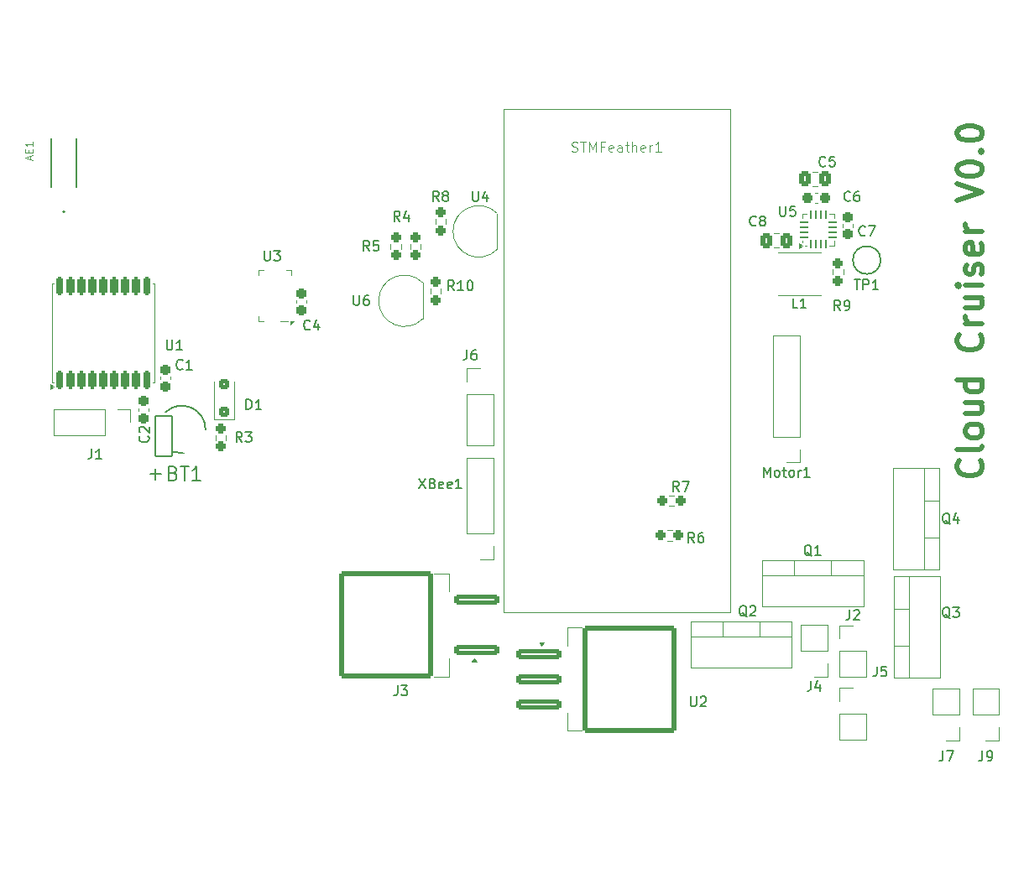
<source format=gto>
G04 #@! TF.GenerationSoftware,KiCad,Pcbnew,8.0.1*
G04 #@! TF.CreationDate,2024-10-28T21:29:32-04:00*
G04 #@! TF.ProjectId,GHOUL-CloudCruiser,47484f55-4c2d-4436-9c6f-756443727569,rev?*
G04 #@! TF.SameCoordinates,Original*
G04 #@! TF.FileFunction,Legend,Top*
G04 #@! TF.FilePolarity,Positive*
%FSLAX46Y46*%
G04 Gerber Fmt 4.6, Leading zero omitted, Abs format (unit mm)*
G04 Created by KiCad (PCBNEW 8.0.1) date 2024-10-28 21:29:32*
%MOMM*%
%LPD*%
G01*
G04 APERTURE LIST*
G04 Aperture macros list*
%AMRoundRect*
0 Rectangle with rounded corners*
0 $1 Rounding radius*
0 $2 $3 $4 $5 $6 $7 $8 $9 X,Y pos of 4 corners*
0 Add a 4 corners polygon primitive as box body*
4,1,4,$2,$3,$4,$5,$6,$7,$8,$9,$2,$3,0*
0 Add four circle primitives for the rounded corners*
1,1,$1+$1,$2,$3*
1,1,$1+$1,$4,$5*
1,1,$1+$1,$6,$7*
1,1,$1+$1,$8,$9*
0 Add four rect primitives between the rounded corners*
20,1,$1+$1,$2,$3,$4,$5,0*
20,1,$1+$1,$4,$5,$6,$7,0*
20,1,$1+$1,$6,$7,$8,$9,0*
20,1,$1+$1,$8,$9,$2,$3,0*%
G04 Aperture macros list end*
%ADD10C,0.508000*%
%ADD11C,0.150000*%
%ADD12C,0.125000*%
%ADD13C,0.100000*%
%ADD14C,0.120000*%
%ADD15C,0.127000*%
%ADD16C,7.500000*%
%ADD17C,0.182463*%
%ADD18C,0.002645*%
%ADD19C,0.000100*%
%ADD20R,0.980000X3.400000*%
%ADD21R,1.700000X1.700000*%
%ADD22O,1.700000X1.700000*%
%ADD23RoundRect,0.237500X-0.250000X-0.237500X0.250000X-0.237500X0.250000X0.237500X-0.250000X0.237500X0*%
%ADD24RoundRect,0.237500X-0.237500X0.300000X-0.237500X-0.300000X0.237500X-0.300000X0.237500X0.300000X0*%
%ADD25RoundRect,0.237500X0.237500X-0.250000X0.237500X0.250000X-0.237500X0.250000X-0.237500X-0.250000X0*%
%ADD26R,1.905000X2.000000*%
%ADD27O,1.905000X2.000000*%
%ADD28R,2.259800X1.362800*%
%ADD29C,2.000000*%
%ADD30R,1.500000X1.050000*%
%ADD31O,1.500000X1.050000*%
%ADD32RoundRect,0.237500X-0.300000X-0.237500X0.300000X-0.237500X0.300000X0.237500X-0.300000X0.237500X0*%
%ADD33R,0.950000X0.550000*%
%ADD34RoundRect,0.237500X0.237500X-0.300000X0.237500X0.300000X-0.237500X0.300000X-0.237500X-0.300000X0*%
%ADD35RoundRect,0.062500X0.062500X-0.350000X0.062500X0.350000X-0.062500X0.350000X-0.062500X-0.350000X0*%
%ADD36RoundRect,0.062500X0.350000X-0.062500X0.350000X0.062500X-0.350000X0.062500X-0.350000X-0.062500X0*%
%ADD37R,1.680000X1.680000*%
%ADD38RoundRect,0.175000X0.175000X-0.725000X0.175000X0.725000X-0.175000X0.725000X-0.175000X-0.725000X0*%
%ADD39RoundRect,0.200000X0.200000X-0.700000X0.200000X0.700000X-0.200000X0.700000X-0.200000X-0.700000X0*%
%ADD40RoundRect,0.250000X-0.337500X-0.475000X0.337500X-0.475000X0.337500X0.475000X-0.337500X0.475000X0*%
%ADD41RoundRect,0.250000X0.300000X-0.300000X0.300000X0.300000X-0.300000X0.300000X-0.300000X-0.300000X0*%
%ADD42C,1.524000*%
%ADD43RoundRect,0.102000X-0.850000X2.050000X-0.850000X-2.050000X0.850000X-2.050000X0.850000X2.050000X0*%
%ADD44RoundRect,0.250000X-2.050000X-0.300000X2.050000X-0.300000X2.050000X0.300000X-2.050000X0.300000X0*%
%ADD45RoundRect,0.250002X-4.449998X-5.149998X4.449998X-5.149998X4.449998X5.149998X-4.449998X5.149998X0*%
%ADD46R,2.000000X1.905000*%
%ADD47O,2.000000X1.905000*%
%ADD48RoundRect,0.250000X2.050000X0.300000X-2.050000X0.300000X-2.050000X-0.300000X2.050000X-0.300000X0*%
%ADD49RoundRect,0.250002X4.449998X5.149998X-4.449998X5.149998X-4.449998X-5.149998X4.449998X-5.149998X0*%
%ADD50RoundRect,0.237500X-0.237500X0.250000X-0.237500X-0.250000X0.237500X-0.250000X0.237500X0.250000X0*%
%ADD51RoundRect,0.250000X0.337500X0.475000X-0.337500X0.475000X-0.337500X-0.475000X0.337500X-0.475000X0*%
G04 APERTURE END LIST*
D10*
X195420831Y-95609599D02*
X195541784Y-95730551D01*
X195541784Y-95730551D02*
X195662736Y-96093409D01*
X195662736Y-96093409D02*
X195662736Y-96335313D01*
X195662736Y-96335313D02*
X195541784Y-96698170D01*
X195541784Y-96698170D02*
X195299879Y-96940075D01*
X195299879Y-96940075D02*
X195057974Y-97061028D01*
X195057974Y-97061028D02*
X194574164Y-97181980D01*
X194574164Y-97181980D02*
X194211307Y-97181980D01*
X194211307Y-97181980D02*
X193727498Y-97061028D01*
X193727498Y-97061028D02*
X193485593Y-96940075D01*
X193485593Y-96940075D02*
X193243688Y-96698170D01*
X193243688Y-96698170D02*
X193122736Y-96335313D01*
X193122736Y-96335313D02*
X193122736Y-96093409D01*
X193122736Y-96093409D02*
X193243688Y-95730551D01*
X193243688Y-95730551D02*
X193364641Y-95609599D01*
X195662736Y-94158170D02*
X195541784Y-94400075D01*
X195541784Y-94400075D02*
X195299879Y-94521028D01*
X195299879Y-94521028D02*
X193122736Y-94521028D01*
X195662736Y-92827694D02*
X195541784Y-93069599D01*
X195541784Y-93069599D02*
X195420831Y-93190552D01*
X195420831Y-93190552D02*
X195178926Y-93311504D01*
X195178926Y-93311504D02*
X194453212Y-93311504D01*
X194453212Y-93311504D02*
X194211307Y-93190552D01*
X194211307Y-93190552D02*
X194090355Y-93069599D01*
X194090355Y-93069599D02*
X193969403Y-92827694D01*
X193969403Y-92827694D02*
X193969403Y-92464837D01*
X193969403Y-92464837D02*
X194090355Y-92222933D01*
X194090355Y-92222933D02*
X194211307Y-92101980D01*
X194211307Y-92101980D02*
X194453212Y-91981028D01*
X194453212Y-91981028D02*
X195178926Y-91981028D01*
X195178926Y-91981028D02*
X195420831Y-92101980D01*
X195420831Y-92101980D02*
X195541784Y-92222933D01*
X195541784Y-92222933D02*
X195662736Y-92464837D01*
X195662736Y-92464837D02*
X195662736Y-92827694D01*
X193969403Y-89803885D02*
X195662736Y-89803885D01*
X193969403Y-90892457D02*
X195299879Y-90892457D01*
X195299879Y-90892457D02*
X195541784Y-90771504D01*
X195541784Y-90771504D02*
X195662736Y-90529599D01*
X195662736Y-90529599D02*
X195662736Y-90166742D01*
X195662736Y-90166742D02*
X195541784Y-89924838D01*
X195541784Y-89924838D02*
X195420831Y-89803885D01*
X195662736Y-87505790D02*
X193122736Y-87505790D01*
X195541784Y-87505790D02*
X195662736Y-87747695D01*
X195662736Y-87747695D02*
X195662736Y-88231504D01*
X195662736Y-88231504D02*
X195541784Y-88473409D01*
X195541784Y-88473409D02*
X195420831Y-88594362D01*
X195420831Y-88594362D02*
X195178926Y-88715314D01*
X195178926Y-88715314D02*
X194453212Y-88715314D01*
X194453212Y-88715314D02*
X194211307Y-88594362D01*
X194211307Y-88594362D02*
X194090355Y-88473409D01*
X194090355Y-88473409D02*
X193969403Y-88231504D01*
X193969403Y-88231504D02*
X193969403Y-87747695D01*
X193969403Y-87747695D02*
X194090355Y-87505790D01*
X195420831Y-82909600D02*
X195541784Y-83030552D01*
X195541784Y-83030552D02*
X195662736Y-83393410D01*
X195662736Y-83393410D02*
X195662736Y-83635314D01*
X195662736Y-83635314D02*
X195541784Y-83998171D01*
X195541784Y-83998171D02*
X195299879Y-84240076D01*
X195299879Y-84240076D02*
X195057974Y-84361029D01*
X195057974Y-84361029D02*
X194574164Y-84481981D01*
X194574164Y-84481981D02*
X194211307Y-84481981D01*
X194211307Y-84481981D02*
X193727498Y-84361029D01*
X193727498Y-84361029D02*
X193485593Y-84240076D01*
X193485593Y-84240076D02*
X193243688Y-83998171D01*
X193243688Y-83998171D02*
X193122736Y-83635314D01*
X193122736Y-83635314D02*
X193122736Y-83393410D01*
X193122736Y-83393410D02*
X193243688Y-83030552D01*
X193243688Y-83030552D02*
X193364641Y-82909600D01*
X195662736Y-81821029D02*
X193969403Y-81821029D01*
X194453212Y-81821029D02*
X194211307Y-81700076D01*
X194211307Y-81700076D02*
X194090355Y-81579124D01*
X194090355Y-81579124D02*
X193969403Y-81337219D01*
X193969403Y-81337219D02*
X193969403Y-81095314D01*
X193969403Y-79160076D02*
X195662736Y-79160076D01*
X193969403Y-80248648D02*
X195299879Y-80248648D01*
X195299879Y-80248648D02*
X195541784Y-80127695D01*
X195541784Y-80127695D02*
X195662736Y-79885790D01*
X195662736Y-79885790D02*
X195662736Y-79522933D01*
X195662736Y-79522933D02*
X195541784Y-79281029D01*
X195541784Y-79281029D02*
X195420831Y-79160076D01*
X195662736Y-77950553D02*
X193969403Y-77950553D01*
X193122736Y-77950553D02*
X193243688Y-78071505D01*
X193243688Y-78071505D02*
X193364641Y-77950553D01*
X193364641Y-77950553D02*
X193243688Y-77829600D01*
X193243688Y-77829600D02*
X193122736Y-77950553D01*
X193122736Y-77950553D02*
X193364641Y-77950553D01*
X195541784Y-76861981D02*
X195662736Y-76620076D01*
X195662736Y-76620076D02*
X195662736Y-76136267D01*
X195662736Y-76136267D02*
X195541784Y-75894362D01*
X195541784Y-75894362D02*
X195299879Y-75773410D01*
X195299879Y-75773410D02*
X195178926Y-75773410D01*
X195178926Y-75773410D02*
X194937022Y-75894362D01*
X194937022Y-75894362D02*
X194816069Y-76136267D01*
X194816069Y-76136267D02*
X194816069Y-76499124D01*
X194816069Y-76499124D02*
X194695117Y-76741029D01*
X194695117Y-76741029D02*
X194453212Y-76861981D01*
X194453212Y-76861981D02*
X194332260Y-76861981D01*
X194332260Y-76861981D02*
X194090355Y-76741029D01*
X194090355Y-76741029D02*
X193969403Y-76499124D01*
X193969403Y-76499124D02*
X193969403Y-76136267D01*
X193969403Y-76136267D02*
X194090355Y-75894362D01*
X195541784Y-73717220D02*
X195662736Y-73959124D01*
X195662736Y-73959124D02*
X195662736Y-74442934D01*
X195662736Y-74442934D02*
X195541784Y-74684839D01*
X195541784Y-74684839D02*
X195299879Y-74805791D01*
X195299879Y-74805791D02*
X194332260Y-74805791D01*
X194332260Y-74805791D02*
X194090355Y-74684839D01*
X194090355Y-74684839D02*
X193969403Y-74442934D01*
X193969403Y-74442934D02*
X193969403Y-73959124D01*
X193969403Y-73959124D02*
X194090355Y-73717220D01*
X194090355Y-73717220D02*
X194332260Y-73596267D01*
X194332260Y-73596267D02*
X194574164Y-73596267D01*
X194574164Y-73596267D02*
X194816069Y-74805791D01*
X195662736Y-72507696D02*
X193969403Y-72507696D01*
X194453212Y-72507696D02*
X194211307Y-72386743D01*
X194211307Y-72386743D02*
X194090355Y-72265791D01*
X194090355Y-72265791D02*
X193969403Y-72023886D01*
X193969403Y-72023886D02*
X193969403Y-71781981D01*
X193122736Y-69362934D02*
X195662736Y-68516267D01*
X195662736Y-68516267D02*
X193122736Y-67669600D01*
X193122736Y-66339124D02*
X193122736Y-66097219D01*
X193122736Y-66097219D02*
X193243688Y-65855315D01*
X193243688Y-65855315D02*
X193364641Y-65734362D01*
X193364641Y-65734362D02*
X193606545Y-65613410D01*
X193606545Y-65613410D02*
X194090355Y-65492457D01*
X194090355Y-65492457D02*
X194695117Y-65492457D01*
X194695117Y-65492457D02*
X195178926Y-65613410D01*
X195178926Y-65613410D02*
X195420831Y-65734362D01*
X195420831Y-65734362D02*
X195541784Y-65855315D01*
X195541784Y-65855315D02*
X195662736Y-66097219D01*
X195662736Y-66097219D02*
X195662736Y-66339124D01*
X195662736Y-66339124D02*
X195541784Y-66581029D01*
X195541784Y-66581029D02*
X195420831Y-66701981D01*
X195420831Y-66701981D02*
X195178926Y-66822934D01*
X195178926Y-66822934D02*
X194695117Y-66943886D01*
X194695117Y-66943886D02*
X194090355Y-66943886D01*
X194090355Y-66943886D02*
X193606545Y-66822934D01*
X193606545Y-66822934D02*
X193364641Y-66701981D01*
X193364641Y-66701981D02*
X193243688Y-66581029D01*
X193243688Y-66581029D02*
X193122736Y-66339124D01*
X195420831Y-64403886D02*
X195541784Y-64282933D01*
X195541784Y-64282933D02*
X195662736Y-64403886D01*
X195662736Y-64403886D02*
X195541784Y-64524838D01*
X195541784Y-64524838D02*
X195420831Y-64403886D01*
X195420831Y-64403886D02*
X195662736Y-64403886D01*
X193122736Y-62710552D02*
X193122736Y-62468647D01*
X193122736Y-62468647D02*
X193243688Y-62226743D01*
X193243688Y-62226743D02*
X193364641Y-62105790D01*
X193364641Y-62105790D02*
X193606545Y-61984838D01*
X193606545Y-61984838D02*
X194090355Y-61863885D01*
X194090355Y-61863885D02*
X194695117Y-61863885D01*
X194695117Y-61863885D02*
X195178926Y-61984838D01*
X195178926Y-61984838D02*
X195420831Y-62105790D01*
X195420831Y-62105790D02*
X195541784Y-62226743D01*
X195541784Y-62226743D02*
X195662736Y-62468647D01*
X195662736Y-62468647D02*
X195662736Y-62710552D01*
X195662736Y-62710552D02*
X195541784Y-62952457D01*
X195541784Y-62952457D02*
X195420831Y-63073409D01*
X195420831Y-63073409D02*
X195178926Y-63194362D01*
X195178926Y-63194362D02*
X194695117Y-63315314D01*
X194695117Y-63315314D02*
X194090355Y-63315314D01*
X194090355Y-63315314D02*
X193606545Y-63194362D01*
X193606545Y-63194362D02*
X193364641Y-63073409D01*
X193364641Y-63073409D02*
X193243688Y-62952457D01*
X193243688Y-62952457D02*
X193122736Y-62710552D01*
D11*
X177033333Y-80254819D02*
X176557143Y-80254819D01*
X176557143Y-80254819D02*
X176557143Y-79254819D01*
X177890476Y-80254819D02*
X177319048Y-80254819D01*
X177604762Y-80254819D02*
X177604762Y-79254819D01*
X177604762Y-79254819D02*
X177509524Y-79397676D01*
X177509524Y-79397676D02*
X177414286Y-79492914D01*
X177414286Y-79492914D02*
X177319048Y-79540533D01*
X185016666Y-116419819D02*
X185016666Y-117134104D01*
X185016666Y-117134104D02*
X184969047Y-117276961D01*
X184969047Y-117276961D02*
X184873809Y-117372200D01*
X184873809Y-117372200D02*
X184730952Y-117419819D01*
X184730952Y-117419819D02*
X184635714Y-117419819D01*
X185969047Y-116419819D02*
X185492857Y-116419819D01*
X185492857Y-116419819D02*
X185445238Y-116896009D01*
X185445238Y-116896009D02*
X185492857Y-116848390D01*
X185492857Y-116848390D02*
X185588095Y-116800771D01*
X185588095Y-116800771D02*
X185826190Y-116800771D01*
X185826190Y-116800771D02*
X185921428Y-116848390D01*
X185921428Y-116848390D02*
X185969047Y-116896009D01*
X185969047Y-116896009D02*
X186016666Y-116991247D01*
X186016666Y-116991247D02*
X186016666Y-117229342D01*
X186016666Y-117229342D02*
X185969047Y-117324580D01*
X185969047Y-117324580D02*
X185921428Y-117372200D01*
X185921428Y-117372200D02*
X185826190Y-117419819D01*
X185826190Y-117419819D02*
X185588095Y-117419819D01*
X185588095Y-117419819D02*
X185492857Y-117372200D01*
X185492857Y-117372200D02*
X185445238Y-117324580D01*
X166595833Y-103904819D02*
X166262500Y-103428628D01*
X166024405Y-103904819D02*
X166024405Y-102904819D01*
X166024405Y-102904819D02*
X166405357Y-102904819D01*
X166405357Y-102904819D02*
X166500595Y-102952438D01*
X166500595Y-102952438D02*
X166548214Y-103000057D01*
X166548214Y-103000057D02*
X166595833Y-103095295D01*
X166595833Y-103095295D02*
X166595833Y-103238152D01*
X166595833Y-103238152D02*
X166548214Y-103333390D01*
X166548214Y-103333390D02*
X166500595Y-103381009D01*
X166500595Y-103381009D02*
X166405357Y-103428628D01*
X166405357Y-103428628D02*
X166024405Y-103428628D01*
X167452976Y-102904819D02*
X167262500Y-102904819D01*
X167262500Y-102904819D02*
X167167262Y-102952438D01*
X167167262Y-102952438D02*
X167119643Y-103000057D01*
X167119643Y-103000057D02*
X167024405Y-103142914D01*
X167024405Y-103142914D02*
X166976786Y-103333390D01*
X166976786Y-103333390D02*
X166976786Y-103714342D01*
X166976786Y-103714342D02*
X167024405Y-103809580D01*
X167024405Y-103809580D02*
X167072024Y-103857200D01*
X167072024Y-103857200D02*
X167167262Y-103904819D01*
X167167262Y-103904819D02*
X167357738Y-103904819D01*
X167357738Y-103904819D02*
X167452976Y-103857200D01*
X167452976Y-103857200D02*
X167500595Y-103809580D01*
X167500595Y-103809580D02*
X167548214Y-103714342D01*
X167548214Y-103714342D02*
X167548214Y-103476247D01*
X167548214Y-103476247D02*
X167500595Y-103381009D01*
X167500595Y-103381009D02*
X167452976Y-103333390D01*
X167452976Y-103333390D02*
X167357738Y-103285771D01*
X167357738Y-103285771D02*
X167167262Y-103285771D01*
X167167262Y-103285771D02*
X167072024Y-103333390D01*
X167072024Y-103333390D02*
X167024405Y-103381009D01*
X167024405Y-103381009D02*
X166976786Y-103476247D01*
X114983333Y-86359580D02*
X114935714Y-86407200D01*
X114935714Y-86407200D02*
X114792857Y-86454819D01*
X114792857Y-86454819D02*
X114697619Y-86454819D01*
X114697619Y-86454819D02*
X114554762Y-86407200D01*
X114554762Y-86407200D02*
X114459524Y-86311961D01*
X114459524Y-86311961D02*
X114411905Y-86216723D01*
X114411905Y-86216723D02*
X114364286Y-86026247D01*
X114364286Y-86026247D02*
X114364286Y-85883390D01*
X114364286Y-85883390D02*
X114411905Y-85692914D01*
X114411905Y-85692914D02*
X114459524Y-85597676D01*
X114459524Y-85597676D02*
X114554762Y-85502438D01*
X114554762Y-85502438D02*
X114697619Y-85454819D01*
X114697619Y-85454819D02*
X114792857Y-85454819D01*
X114792857Y-85454819D02*
X114935714Y-85502438D01*
X114935714Y-85502438D02*
X114983333Y-85550057D01*
X115935714Y-86454819D02*
X115364286Y-86454819D01*
X115650000Y-86454819D02*
X115650000Y-85454819D01*
X115650000Y-85454819D02*
X115554762Y-85597676D01*
X115554762Y-85597676D02*
X115459524Y-85692914D01*
X115459524Y-85692914D02*
X115364286Y-85740533D01*
X120983333Y-93754819D02*
X120650000Y-93278628D01*
X120411905Y-93754819D02*
X120411905Y-92754819D01*
X120411905Y-92754819D02*
X120792857Y-92754819D01*
X120792857Y-92754819D02*
X120888095Y-92802438D01*
X120888095Y-92802438D02*
X120935714Y-92850057D01*
X120935714Y-92850057D02*
X120983333Y-92945295D01*
X120983333Y-92945295D02*
X120983333Y-93088152D01*
X120983333Y-93088152D02*
X120935714Y-93183390D01*
X120935714Y-93183390D02*
X120888095Y-93231009D01*
X120888095Y-93231009D02*
X120792857Y-93278628D01*
X120792857Y-93278628D02*
X120411905Y-93278628D01*
X121316667Y-92754819D02*
X121935714Y-92754819D01*
X121935714Y-92754819D02*
X121602381Y-93135771D01*
X121602381Y-93135771D02*
X121745238Y-93135771D01*
X121745238Y-93135771D02*
X121840476Y-93183390D01*
X121840476Y-93183390D02*
X121888095Y-93231009D01*
X121888095Y-93231009D02*
X121935714Y-93326247D01*
X121935714Y-93326247D02*
X121935714Y-93564342D01*
X121935714Y-93564342D02*
X121888095Y-93659580D01*
X121888095Y-93659580D02*
X121840476Y-93707200D01*
X121840476Y-93707200D02*
X121745238Y-93754819D01*
X121745238Y-93754819D02*
X121459524Y-93754819D01*
X121459524Y-93754819D02*
X121364286Y-93707200D01*
X121364286Y-93707200D02*
X121316667Y-93659580D01*
X111509580Y-93166666D02*
X111557200Y-93214285D01*
X111557200Y-93214285D02*
X111604819Y-93357142D01*
X111604819Y-93357142D02*
X111604819Y-93452380D01*
X111604819Y-93452380D02*
X111557200Y-93595237D01*
X111557200Y-93595237D02*
X111461961Y-93690475D01*
X111461961Y-93690475D02*
X111366723Y-93738094D01*
X111366723Y-93738094D02*
X111176247Y-93785713D01*
X111176247Y-93785713D02*
X111033390Y-93785713D01*
X111033390Y-93785713D02*
X110842914Y-93738094D01*
X110842914Y-93738094D02*
X110747676Y-93690475D01*
X110747676Y-93690475D02*
X110652438Y-93595237D01*
X110652438Y-93595237D02*
X110604819Y-93452380D01*
X110604819Y-93452380D02*
X110604819Y-93357142D01*
X110604819Y-93357142D02*
X110652438Y-93214285D01*
X110652438Y-93214285D02*
X110700057Y-93166666D01*
X110700057Y-92785713D02*
X110652438Y-92738094D01*
X110652438Y-92738094D02*
X110604819Y-92642856D01*
X110604819Y-92642856D02*
X110604819Y-92404761D01*
X110604819Y-92404761D02*
X110652438Y-92309523D01*
X110652438Y-92309523D02*
X110700057Y-92261904D01*
X110700057Y-92261904D02*
X110795295Y-92214285D01*
X110795295Y-92214285D02*
X110890533Y-92214285D01*
X110890533Y-92214285D02*
X111033390Y-92261904D01*
X111033390Y-92261904D02*
X111604819Y-92833332D01*
X111604819Y-92833332D02*
X111604819Y-92214285D01*
X171904761Y-111405859D02*
X171809523Y-111358240D01*
X171809523Y-111358240D02*
X171714285Y-111263002D01*
X171714285Y-111263002D02*
X171571428Y-111120144D01*
X171571428Y-111120144D02*
X171476190Y-111072525D01*
X171476190Y-111072525D02*
X171380952Y-111072525D01*
X171428571Y-111310621D02*
X171333333Y-111263002D01*
X171333333Y-111263002D02*
X171238095Y-111167763D01*
X171238095Y-111167763D02*
X171190476Y-110977287D01*
X171190476Y-110977287D02*
X171190476Y-110643954D01*
X171190476Y-110643954D02*
X171238095Y-110453478D01*
X171238095Y-110453478D02*
X171333333Y-110358240D01*
X171333333Y-110358240D02*
X171428571Y-110310621D01*
X171428571Y-110310621D02*
X171619047Y-110310621D01*
X171619047Y-110310621D02*
X171714285Y-110358240D01*
X171714285Y-110358240D02*
X171809523Y-110453478D01*
X171809523Y-110453478D02*
X171857142Y-110643954D01*
X171857142Y-110643954D02*
X171857142Y-110977287D01*
X171857142Y-110977287D02*
X171809523Y-111167763D01*
X171809523Y-111167763D02*
X171714285Y-111263002D01*
X171714285Y-111263002D02*
X171619047Y-111310621D01*
X171619047Y-111310621D02*
X171428571Y-111310621D01*
X172238095Y-110405859D02*
X172285714Y-110358240D01*
X172285714Y-110358240D02*
X172380952Y-110310621D01*
X172380952Y-110310621D02*
X172619047Y-110310621D01*
X172619047Y-110310621D02*
X172714285Y-110358240D01*
X172714285Y-110358240D02*
X172761904Y-110405859D01*
X172761904Y-110405859D02*
X172809523Y-110501097D01*
X172809523Y-110501097D02*
X172809523Y-110596335D01*
X172809523Y-110596335D02*
X172761904Y-110739192D01*
X172761904Y-110739192D02*
X172190476Y-111310621D01*
X172190476Y-111310621D02*
X172809523Y-111310621D01*
D12*
X99626178Y-65214898D02*
X99626178Y-64857756D01*
X99840464Y-65286327D02*
X99090464Y-65036327D01*
X99090464Y-65036327D02*
X99840464Y-64786327D01*
X99447607Y-64536327D02*
X99447607Y-64286327D01*
X99840464Y-64179184D02*
X99840464Y-64536327D01*
X99840464Y-64536327D02*
X99090464Y-64536327D01*
X99090464Y-64536327D02*
X99090464Y-64179184D01*
X99840464Y-63464899D02*
X99840464Y-63893470D01*
X99840464Y-63679185D02*
X99090464Y-63679185D01*
X99090464Y-63679185D02*
X99197607Y-63750613D01*
X99197607Y-63750613D02*
X99269035Y-63822042D01*
X99269035Y-63822042D02*
X99304750Y-63893470D01*
D11*
X182738095Y-77354819D02*
X183309523Y-77354819D01*
X183023809Y-78354819D02*
X183023809Y-77354819D01*
X183642857Y-78354819D02*
X183642857Y-77354819D01*
X183642857Y-77354819D02*
X184023809Y-77354819D01*
X184023809Y-77354819D02*
X184119047Y-77402438D01*
X184119047Y-77402438D02*
X184166666Y-77450057D01*
X184166666Y-77450057D02*
X184214285Y-77545295D01*
X184214285Y-77545295D02*
X184214285Y-77688152D01*
X184214285Y-77688152D02*
X184166666Y-77783390D01*
X184166666Y-77783390D02*
X184119047Y-77831009D01*
X184119047Y-77831009D02*
X184023809Y-77878628D01*
X184023809Y-77878628D02*
X183642857Y-77878628D01*
X185166666Y-78354819D02*
X184595238Y-78354819D01*
X184880952Y-78354819D02*
X184880952Y-77354819D01*
X184880952Y-77354819D02*
X184785714Y-77497676D01*
X184785714Y-77497676D02*
X184690476Y-77592914D01*
X184690476Y-77592914D02*
X184595238Y-77640533D01*
X181333333Y-80454819D02*
X181000000Y-79978628D01*
X180761905Y-80454819D02*
X180761905Y-79454819D01*
X180761905Y-79454819D02*
X181142857Y-79454819D01*
X181142857Y-79454819D02*
X181238095Y-79502438D01*
X181238095Y-79502438D02*
X181285714Y-79550057D01*
X181285714Y-79550057D02*
X181333333Y-79645295D01*
X181333333Y-79645295D02*
X181333333Y-79788152D01*
X181333333Y-79788152D02*
X181285714Y-79883390D01*
X181285714Y-79883390D02*
X181238095Y-79931009D01*
X181238095Y-79931009D02*
X181142857Y-79978628D01*
X181142857Y-79978628D02*
X180761905Y-79978628D01*
X181809524Y-80454819D02*
X182000000Y-80454819D01*
X182000000Y-80454819D02*
X182095238Y-80407200D01*
X182095238Y-80407200D02*
X182142857Y-80359580D01*
X182142857Y-80359580D02*
X182238095Y-80216723D01*
X182238095Y-80216723D02*
X182285714Y-80026247D01*
X182285714Y-80026247D02*
X182285714Y-79645295D01*
X182285714Y-79645295D02*
X182238095Y-79550057D01*
X182238095Y-79550057D02*
X182190476Y-79502438D01*
X182190476Y-79502438D02*
X182095238Y-79454819D01*
X182095238Y-79454819D02*
X181904762Y-79454819D01*
X181904762Y-79454819D02*
X181809524Y-79502438D01*
X181809524Y-79502438D02*
X181761905Y-79550057D01*
X181761905Y-79550057D02*
X181714286Y-79645295D01*
X181714286Y-79645295D02*
X181714286Y-79883390D01*
X181714286Y-79883390D02*
X181761905Y-79978628D01*
X181761905Y-79978628D02*
X181809524Y-80026247D01*
X181809524Y-80026247D02*
X181904762Y-80073866D01*
X181904762Y-80073866D02*
X182095238Y-80073866D01*
X182095238Y-80073866D02*
X182190476Y-80026247D01*
X182190476Y-80026247D02*
X182238095Y-79978628D01*
X182238095Y-79978628D02*
X182285714Y-79883390D01*
X144238095Y-68454819D02*
X144238095Y-69264342D01*
X144238095Y-69264342D02*
X144285714Y-69359580D01*
X144285714Y-69359580D02*
X144333333Y-69407200D01*
X144333333Y-69407200D02*
X144428571Y-69454819D01*
X144428571Y-69454819D02*
X144619047Y-69454819D01*
X144619047Y-69454819D02*
X144714285Y-69407200D01*
X144714285Y-69407200D02*
X144761904Y-69359580D01*
X144761904Y-69359580D02*
X144809523Y-69264342D01*
X144809523Y-69264342D02*
X144809523Y-68454819D01*
X145714285Y-68788152D02*
X145714285Y-69454819D01*
X145476190Y-68407200D02*
X145238095Y-69121485D01*
X145238095Y-69121485D02*
X145857142Y-69121485D01*
X138833333Y-97454819D02*
X139499999Y-98454819D01*
X139499999Y-97454819D02*
X138833333Y-98454819D01*
X140214285Y-97931009D02*
X140357142Y-97978628D01*
X140357142Y-97978628D02*
X140404761Y-98026247D01*
X140404761Y-98026247D02*
X140452380Y-98121485D01*
X140452380Y-98121485D02*
X140452380Y-98264342D01*
X140452380Y-98264342D02*
X140404761Y-98359580D01*
X140404761Y-98359580D02*
X140357142Y-98407200D01*
X140357142Y-98407200D02*
X140261904Y-98454819D01*
X140261904Y-98454819D02*
X139880952Y-98454819D01*
X139880952Y-98454819D02*
X139880952Y-97454819D01*
X139880952Y-97454819D02*
X140214285Y-97454819D01*
X140214285Y-97454819D02*
X140309523Y-97502438D01*
X140309523Y-97502438D02*
X140357142Y-97550057D01*
X140357142Y-97550057D02*
X140404761Y-97645295D01*
X140404761Y-97645295D02*
X140404761Y-97740533D01*
X140404761Y-97740533D02*
X140357142Y-97835771D01*
X140357142Y-97835771D02*
X140309523Y-97883390D01*
X140309523Y-97883390D02*
X140214285Y-97931009D01*
X140214285Y-97931009D02*
X139880952Y-97931009D01*
X141261904Y-98407200D02*
X141166666Y-98454819D01*
X141166666Y-98454819D02*
X140976190Y-98454819D01*
X140976190Y-98454819D02*
X140880952Y-98407200D01*
X140880952Y-98407200D02*
X140833333Y-98311961D01*
X140833333Y-98311961D02*
X140833333Y-97931009D01*
X140833333Y-97931009D02*
X140880952Y-97835771D01*
X140880952Y-97835771D02*
X140976190Y-97788152D01*
X140976190Y-97788152D02*
X141166666Y-97788152D01*
X141166666Y-97788152D02*
X141261904Y-97835771D01*
X141261904Y-97835771D02*
X141309523Y-97931009D01*
X141309523Y-97931009D02*
X141309523Y-98026247D01*
X141309523Y-98026247D02*
X140833333Y-98121485D01*
X142119047Y-98407200D02*
X142023809Y-98454819D01*
X142023809Y-98454819D02*
X141833333Y-98454819D01*
X141833333Y-98454819D02*
X141738095Y-98407200D01*
X141738095Y-98407200D02*
X141690476Y-98311961D01*
X141690476Y-98311961D02*
X141690476Y-97931009D01*
X141690476Y-97931009D02*
X141738095Y-97835771D01*
X141738095Y-97835771D02*
X141833333Y-97788152D01*
X141833333Y-97788152D02*
X142023809Y-97788152D01*
X142023809Y-97788152D02*
X142119047Y-97835771D01*
X142119047Y-97835771D02*
X142166666Y-97931009D01*
X142166666Y-97931009D02*
X142166666Y-98026247D01*
X142166666Y-98026247D02*
X141690476Y-98121485D01*
X143119047Y-98454819D02*
X142547619Y-98454819D01*
X142833333Y-98454819D02*
X142833333Y-97454819D01*
X142833333Y-97454819D02*
X142738095Y-97597676D01*
X142738095Y-97597676D02*
X142642857Y-97692914D01*
X142642857Y-97692914D02*
X142547619Y-97740533D01*
X105816666Y-94454819D02*
X105816666Y-95169104D01*
X105816666Y-95169104D02*
X105769047Y-95311961D01*
X105769047Y-95311961D02*
X105673809Y-95407200D01*
X105673809Y-95407200D02*
X105530952Y-95454819D01*
X105530952Y-95454819D02*
X105435714Y-95454819D01*
X106816666Y-95454819D02*
X106245238Y-95454819D01*
X106530952Y-95454819D02*
X106530952Y-94454819D01*
X106530952Y-94454819D02*
X106435714Y-94597676D01*
X106435714Y-94597676D02*
X106340476Y-94692914D01*
X106340476Y-94692914D02*
X106245238Y-94740533D01*
X182266666Y-110724819D02*
X182266666Y-111439104D01*
X182266666Y-111439104D02*
X182219047Y-111581961D01*
X182219047Y-111581961D02*
X182123809Y-111677200D01*
X182123809Y-111677200D02*
X181980952Y-111724819D01*
X181980952Y-111724819D02*
X181885714Y-111724819D01*
X182695238Y-110820057D02*
X182742857Y-110772438D01*
X182742857Y-110772438D02*
X182838095Y-110724819D01*
X182838095Y-110724819D02*
X183076190Y-110724819D01*
X183076190Y-110724819D02*
X183171428Y-110772438D01*
X183171428Y-110772438D02*
X183219047Y-110820057D01*
X183219047Y-110820057D02*
X183266666Y-110915295D01*
X183266666Y-110915295D02*
X183266666Y-111010533D01*
X183266666Y-111010533D02*
X183219047Y-111153390D01*
X183219047Y-111153390D02*
X182647619Y-111724819D01*
X182647619Y-111724819D02*
X183266666Y-111724819D01*
X182333333Y-69359580D02*
X182285714Y-69407200D01*
X182285714Y-69407200D02*
X182142857Y-69454819D01*
X182142857Y-69454819D02*
X182047619Y-69454819D01*
X182047619Y-69454819D02*
X181904762Y-69407200D01*
X181904762Y-69407200D02*
X181809524Y-69311961D01*
X181809524Y-69311961D02*
X181761905Y-69216723D01*
X181761905Y-69216723D02*
X181714286Y-69026247D01*
X181714286Y-69026247D02*
X181714286Y-68883390D01*
X181714286Y-68883390D02*
X181761905Y-68692914D01*
X181761905Y-68692914D02*
X181809524Y-68597676D01*
X181809524Y-68597676D02*
X181904762Y-68502438D01*
X181904762Y-68502438D02*
X182047619Y-68454819D01*
X182047619Y-68454819D02*
X182142857Y-68454819D01*
X182142857Y-68454819D02*
X182285714Y-68502438D01*
X182285714Y-68502438D02*
X182333333Y-68550057D01*
X183190476Y-68454819D02*
X183000000Y-68454819D01*
X183000000Y-68454819D02*
X182904762Y-68502438D01*
X182904762Y-68502438D02*
X182857143Y-68550057D01*
X182857143Y-68550057D02*
X182761905Y-68692914D01*
X182761905Y-68692914D02*
X182714286Y-68883390D01*
X182714286Y-68883390D02*
X182714286Y-69264342D01*
X182714286Y-69264342D02*
X182761905Y-69359580D01*
X182761905Y-69359580D02*
X182809524Y-69407200D01*
X182809524Y-69407200D02*
X182904762Y-69454819D01*
X182904762Y-69454819D02*
X183095238Y-69454819D01*
X183095238Y-69454819D02*
X183190476Y-69407200D01*
X183190476Y-69407200D02*
X183238095Y-69359580D01*
X183238095Y-69359580D02*
X183285714Y-69264342D01*
X183285714Y-69264342D02*
X183285714Y-69026247D01*
X183285714Y-69026247D02*
X183238095Y-68931009D01*
X183238095Y-68931009D02*
X183190476Y-68883390D01*
X183190476Y-68883390D02*
X183095238Y-68835771D01*
X183095238Y-68835771D02*
X182904762Y-68835771D01*
X182904762Y-68835771D02*
X182809524Y-68883390D01*
X182809524Y-68883390D02*
X182761905Y-68931009D01*
X182761905Y-68931009D02*
X182714286Y-69026247D01*
X165045833Y-98724819D02*
X164712500Y-98248628D01*
X164474405Y-98724819D02*
X164474405Y-97724819D01*
X164474405Y-97724819D02*
X164855357Y-97724819D01*
X164855357Y-97724819D02*
X164950595Y-97772438D01*
X164950595Y-97772438D02*
X164998214Y-97820057D01*
X164998214Y-97820057D02*
X165045833Y-97915295D01*
X165045833Y-97915295D02*
X165045833Y-98058152D01*
X165045833Y-98058152D02*
X164998214Y-98153390D01*
X164998214Y-98153390D02*
X164950595Y-98201009D01*
X164950595Y-98201009D02*
X164855357Y-98248628D01*
X164855357Y-98248628D02*
X164474405Y-98248628D01*
X165379167Y-97724819D02*
X166045833Y-97724819D01*
X166045833Y-97724819D02*
X165617262Y-98724819D01*
X123238095Y-74454819D02*
X123238095Y-75264342D01*
X123238095Y-75264342D02*
X123285714Y-75359580D01*
X123285714Y-75359580D02*
X123333333Y-75407200D01*
X123333333Y-75407200D02*
X123428571Y-75454819D01*
X123428571Y-75454819D02*
X123619047Y-75454819D01*
X123619047Y-75454819D02*
X123714285Y-75407200D01*
X123714285Y-75407200D02*
X123761904Y-75359580D01*
X123761904Y-75359580D02*
X123809523Y-75264342D01*
X123809523Y-75264342D02*
X123809523Y-74454819D01*
X124190476Y-74454819D02*
X124809523Y-74454819D01*
X124809523Y-74454819D02*
X124476190Y-74835771D01*
X124476190Y-74835771D02*
X124619047Y-74835771D01*
X124619047Y-74835771D02*
X124714285Y-74883390D01*
X124714285Y-74883390D02*
X124761904Y-74931009D01*
X124761904Y-74931009D02*
X124809523Y-75026247D01*
X124809523Y-75026247D02*
X124809523Y-75264342D01*
X124809523Y-75264342D02*
X124761904Y-75359580D01*
X124761904Y-75359580D02*
X124714285Y-75407200D01*
X124714285Y-75407200D02*
X124619047Y-75454819D01*
X124619047Y-75454819D02*
X124333333Y-75454819D01*
X124333333Y-75454819D02*
X124238095Y-75407200D01*
X124238095Y-75407200D02*
X124190476Y-75359580D01*
X132238095Y-78954819D02*
X132238095Y-79764342D01*
X132238095Y-79764342D02*
X132285714Y-79859580D01*
X132285714Y-79859580D02*
X132333333Y-79907200D01*
X132333333Y-79907200D02*
X132428571Y-79954819D01*
X132428571Y-79954819D02*
X132619047Y-79954819D01*
X132619047Y-79954819D02*
X132714285Y-79907200D01*
X132714285Y-79907200D02*
X132761904Y-79859580D01*
X132761904Y-79859580D02*
X132809523Y-79764342D01*
X132809523Y-79764342D02*
X132809523Y-78954819D01*
X133714285Y-78954819D02*
X133523809Y-78954819D01*
X133523809Y-78954819D02*
X133428571Y-79002438D01*
X133428571Y-79002438D02*
X133380952Y-79050057D01*
X133380952Y-79050057D02*
X133285714Y-79192914D01*
X133285714Y-79192914D02*
X133238095Y-79383390D01*
X133238095Y-79383390D02*
X133238095Y-79764342D01*
X133238095Y-79764342D02*
X133285714Y-79859580D01*
X133285714Y-79859580D02*
X133333333Y-79907200D01*
X133333333Y-79907200D02*
X133428571Y-79954819D01*
X133428571Y-79954819D02*
X133619047Y-79954819D01*
X133619047Y-79954819D02*
X133714285Y-79907200D01*
X133714285Y-79907200D02*
X133761904Y-79859580D01*
X133761904Y-79859580D02*
X133809523Y-79764342D01*
X133809523Y-79764342D02*
X133809523Y-79526247D01*
X133809523Y-79526247D02*
X133761904Y-79431009D01*
X133761904Y-79431009D02*
X133714285Y-79383390D01*
X133714285Y-79383390D02*
X133619047Y-79335771D01*
X133619047Y-79335771D02*
X133428571Y-79335771D01*
X133428571Y-79335771D02*
X133333333Y-79383390D01*
X133333333Y-79383390D02*
X133285714Y-79431009D01*
X133285714Y-79431009D02*
X133238095Y-79526247D01*
X195666666Y-124954819D02*
X195666666Y-125669104D01*
X195666666Y-125669104D02*
X195619047Y-125811961D01*
X195619047Y-125811961D02*
X195523809Y-125907200D01*
X195523809Y-125907200D02*
X195380952Y-125954819D01*
X195380952Y-125954819D02*
X195285714Y-125954819D01*
X196190476Y-125954819D02*
X196380952Y-125954819D01*
X196380952Y-125954819D02*
X196476190Y-125907200D01*
X196476190Y-125907200D02*
X196523809Y-125859580D01*
X196523809Y-125859580D02*
X196619047Y-125716723D01*
X196619047Y-125716723D02*
X196666666Y-125526247D01*
X196666666Y-125526247D02*
X196666666Y-125145295D01*
X196666666Y-125145295D02*
X196619047Y-125050057D01*
X196619047Y-125050057D02*
X196571428Y-125002438D01*
X196571428Y-125002438D02*
X196476190Y-124954819D01*
X196476190Y-124954819D02*
X196285714Y-124954819D01*
X196285714Y-124954819D02*
X196190476Y-125002438D01*
X196190476Y-125002438D02*
X196142857Y-125050057D01*
X196142857Y-125050057D02*
X196095238Y-125145295D01*
X196095238Y-125145295D02*
X196095238Y-125383390D01*
X196095238Y-125383390D02*
X196142857Y-125478628D01*
X196142857Y-125478628D02*
X196190476Y-125526247D01*
X196190476Y-125526247D02*
X196285714Y-125573866D01*
X196285714Y-125573866D02*
X196476190Y-125573866D01*
X196476190Y-125573866D02*
X196571428Y-125526247D01*
X196571428Y-125526247D02*
X196619047Y-125478628D01*
X196619047Y-125478628D02*
X196666666Y-125383390D01*
X183833333Y-72859580D02*
X183785714Y-72907200D01*
X183785714Y-72907200D02*
X183642857Y-72954819D01*
X183642857Y-72954819D02*
X183547619Y-72954819D01*
X183547619Y-72954819D02*
X183404762Y-72907200D01*
X183404762Y-72907200D02*
X183309524Y-72811961D01*
X183309524Y-72811961D02*
X183261905Y-72716723D01*
X183261905Y-72716723D02*
X183214286Y-72526247D01*
X183214286Y-72526247D02*
X183214286Y-72383390D01*
X183214286Y-72383390D02*
X183261905Y-72192914D01*
X183261905Y-72192914D02*
X183309524Y-72097676D01*
X183309524Y-72097676D02*
X183404762Y-72002438D01*
X183404762Y-72002438D02*
X183547619Y-71954819D01*
X183547619Y-71954819D02*
X183642857Y-71954819D01*
X183642857Y-71954819D02*
X183785714Y-72002438D01*
X183785714Y-72002438D02*
X183833333Y-72050057D01*
X184166667Y-71954819D02*
X184833333Y-71954819D01*
X184833333Y-71954819D02*
X184404762Y-72954819D01*
X143666666Y-84454819D02*
X143666666Y-85169104D01*
X143666666Y-85169104D02*
X143619047Y-85311961D01*
X143619047Y-85311961D02*
X143523809Y-85407200D01*
X143523809Y-85407200D02*
X143380952Y-85454819D01*
X143380952Y-85454819D02*
X143285714Y-85454819D01*
X144571428Y-84454819D02*
X144380952Y-84454819D01*
X144380952Y-84454819D02*
X144285714Y-84502438D01*
X144285714Y-84502438D02*
X144238095Y-84550057D01*
X144238095Y-84550057D02*
X144142857Y-84692914D01*
X144142857Y-84692914D02*
X144095238Y-84883390D01*
X144095238Y-84883390D02*
X144095238Y-85264342D01*
X144095238Y-85264342D02*
X144142857Y-85359580D01*
X144142857Y-85359580D02*
X144190476Y-85407200D01*
X144190476Y-85407200D02*
X144285714Y-85454819D01*
X144285714Y-85454819D02*
X144476190Y-85454819D01*
X144476190Y-85454819D02*
X144571428Y-85407200D01*
X144571428Y-85407200D02*
X144619047Y-85359580D01*
X144619047Y-85359580D02*
X144666666Y-85264342D01*
X144666666Y-85264342D02*
X144666666Y-85026247D01*
X144666666Y-85026247D02*
X144619047Y-84931009D01*
X144619047Y-84931009D02*
X144571428Y-84883390D01*
X144571428Y-84883390D02*
X144476190Y-84835771D01*
X144476190Y-84835771D02*
X144285714Y-84835771D01*
X144285714Y-84835771D02*
X144190476Y-84883390D01*
X144190476Y-84883390D02*
X144142857Y-84931009D01*
X144142857Y-84931009D02*
X144095238Y-85026247D01*
X140833333Y-69454819D02*
X140500000Y-68978628D01*
X140261905Y-69454819D02*
X140261905Y-68454819D01*
X140261905Y-68454819D02*
X140642857Y-68454819D01*
X140642857Y-68454819D02*
X140738095Y-68502438D01*
X140738095Y-68502438D02*
X140785714Y-68550057D01*
X140785714Y-68550057D02*
X140833333Y-68645295D01*
X140833333Y-68645295D02*
X140833333Y-68788152D01*
X140833333Y-68788152D02*
X140785714Y-68883390D01*
X140785714Y-68883390D02*
X140738095Y-68931009D01*
X140738095Y-68931009D02*
X140642857Y-68978628D01*
X140642857Y-68978628D02*
X140261905Y-68978628D01*
X141404762Y-68883390D02*
X141309524Y-68835771D01*
X141309524Y-68835771D02*
X141261905Y-68788152D01*
X141261905Y-68788152D02*
X141214286Y-68692914D01*
X141214286Y-68692914D02*
X141214286Y-68645295D01*
X141214286Y-68645295D02*
X141261905Y-68550057D01*
X141261905Y-68550057D02*
X141309524Y-68502438D01*
X141309524Y-68502438D02*
X141404762Y-68454819D01*
X141404762Y-68454819D02*
X141595238Y-68454819D01*
X141595238Y-68454819D02*
X141690476Y-68502438D01*
X141690476Y-68502438D02*
X141738095Y-68550057D01*
X141738095Y-68550057D02*
X141785714Y-68645295D01*
X141785714Y-68645295D02*
X141785714Y-68692914D01*
X141785714Y-68692914D02*
X141738095Y-68788152D01*
X141738095Y-68788152D02*
X141690476Y-68835771D01*
X141690476Y-68835771D02*
X141595238Y-68883390D01*
X141595238Y-68883390D02*
X141404762Y-68883390D01*
X141404762Y-68883390D02*
X141309524Y-68931009D01*
X141309524Y-68931009D02*
X141261905Y-68978628D01*
X141261905Y-68978628D02*
X141214286Y-69073866D01*
X141214286Y-69073866D02*
X141214286Y-69264342D01*
X141214286Y-69264342D02*
X141261905Y-69359580D01*
X141261905Y-69359580D02*
X141309524Y-69407200D01*
X141309524Y-69407200D02*
X141404762Y-69454819D01*
X141404762Y-69454819D02*
X141595238Y-69454819D01*
X141595238Y-69454819D02*
X141690476Y-69407200D01*
X141690476Y-69407200D02*
X141738095Y-69359580D01*
X141738095Y-69359580D02*
X141785714Y-69264342D01*
X141785714Y-69264342D02*
X141785714Y-69073866D01*
X141785714Y-69073866D02*
X141738095Y-68978628D01*
X141738095Y-68978628D02*
X141690476Y-68931009D01*
X141690476Y-68931009D02*
X141595238Y-68883390D01*
X175238095Y-69954819D02*
X175238095Y-70764342D01*
X175238095Y-70764342D02*
X175285714Y-70859580D01*
X175285714Y-70859580D02*
X175333333Y-70907200D01*
X175333333Y-70907200D02*
X175428571Y-70954819D01*
X175428571Y-70954819D02*
X175619047Y-70954819D01*
X175619047Y-70954819D02*
X175714285Y-70907200D01*
X175714285Y-70907200D02*
X175761904Y-70859580D01*
X175761904Y-70859580D02*
X175809523Y-70764342D01*
X175809523Y-70764342D02*
X175809523Y-69954819D01*
X176761904Y-69954819D02*
X176285714Y-69954819D01*
X176285714Y-69954819D02*
X176238095Y-70431009D01*
X176238095Y-70431009D02*
X176285714Y-70383390D01*
X176285714Y-70383390D02*
X176380952Y-70335771D01*
X176380952Y-70335771D02*
X176619047Y-70335771D01*
X176619047Y-70335771D02*
X176714285Y-70383390D01*
X176714285Y-70383390D02*
X176761904Y-70431009D01*
X176761904Y-70431009D02*
X176809523Y-70526247D01*
X176809523Y-70526247D02*
X176809523Y-70764342D01*
X176809523Y-70764342D02*
X176761904Y-70859580D01*
X176761904Y-70859580D02*
X176714285Y-70907200D01*
X176714285Y-70907200D02*
X176619047Y-70954819D01*
X176619047Y-70954819D02*
X176380952Y-70954819D01*
X176380952Y-70954819D02*
X176285714Y-70907200D01*
X176285714Y-70907200D02*
X176238095Y-70859580D01*
X136903333Y-71454819D02*
X136570000Y-70978628D01*
X136331905Y-71454819D02*
X136331905Y-70454819D01*
X136331905Y-70454819D02*
X136712857Y-70454819D01*
X136712857Y-70454819D02*
X136808095Y-70502438D01*
X136808095Y-70502438D02*
X136855714Y-70550057D01*
X136855714Y-70550057D02*
X136903333Y-70645295D01*
X136903333Y-70645295D02*
X136903333Y-70788152D01*
X136903333Y-70788152D02*
X136855714Y-70883390D01*
X136855714Y-70883390D02*
X136808095Y-70931009D01*
X136808095Y-70931009D02*
X136712857Y-70978628D01*
X136712857Y-70978628D02*
X136331905Y-70978628D01*
X137760476Y-70788152D02*
X137760476Y-71454819D01*
X137522381Y-70407200D02*
X137284286Y-71121485D01*
X137284286Y-71121485D02*
X137903333Y-71121485D01*
X191666666Y-124954819D02*
X191666666Y-125669104D01*
X191666666Y-125669104D02*
X191619047Y-125811961D01*
X191619047Y-125811961D02*
X191523809Y-125907200D01*
X191523809Y-125907200D02*
X191380952Y-125954819D01*
X191380952Y-125954819D02*
X191285714Y-125954819D01*
X192047619Y-124954819D02*
X192714285Y-124954819D01*
X192714285Y-124954819D02*
X192285714Y-125954819D01*
X113388095Y-83454819D02*
X113388095Y-84264342D01*
X113388095Y-84264342D02*
X113435714Y-84359580D01*
X113435714Y-84359580D02*
X113483333Y-84407200D01*
X113483333Y-84407200D02*
X113578571Y-84454819D01*
X113578571Y-84454819D02*
X113769047Y-84454819D01*
X113769047Y-84454819D02*
X113864285Y-84407200D01*
X113864285Y-84407200D02*
X113911904Y-84359580D01*
X113911904Y-84359580D02*
X113959523Y-84264342D01*
X113959523Y-84264342D02*
X113959523Y-83454819D01*
X114959523Y-84454819D02*
X114388095Y-84454819D01*
X114673809Y-84454819D02*
X114673809Y-83454819D01*
X114673809Y-83454819D02*
X114578571Y-83597676D01*
X114578571Y-83597676D02*
X114483333Y-83692914D01*
X114483333Y-83692914D02*
X114388095Y-83740533D01*
X179833333Y-65859580D02*
X179785714Y-65907200D01*
X179785714Y-65907200D02*
X179642857Y-65954819D01*
X179642857Y-65954819D02*
X179547619Y-65954819D01*
X179547619Y-65954819D02*
X179404762Y-65907200D01*
X179404762Y-65907200D02*
X179309524Y-65811961D01*
X179309524Y-65811961D02*
X179261905Y-65716723D01*
X179261905Y-65716723D02*
X179214286Y-65526247D01*
X179214286Y-65526247D02*
X179214286Y-65383390D01*
X179214286Y-65383390D02*
X179261905Y-65192914D01*
X179261905Y-65192914D02*
X179309524Y-65097676D01*
X179309524Y-65097676D02*
X179404762Y-65002438D01*
X179404762Y-65002438D02*
X179547619Y-64954819D01*
X179547619Y-64954819D02*
X179642857Y-64954819D01*
X179642857Y-64954819D02*
X179785714Y-65002438D01*
X179785714Y-65002438D02*
X179833333Y-65050057D01*
X180738095Y-64954819D02*
X180261905Y-64954819D01*
X180261905Y-64954819D02*
X180214286Y-65431009D01*
X180214286Y-65431009D02*
X180261905Y-65383390D01*
X180261905Y-65383390D02*
X180357143Y-65335771D01*
X180357143Y-65335771D02*
X180595238Y-65335771D01*
X180595238Y-65335771D02*
X180690476Y-65383390D01*
X180690476Y-65383390D02*
X180738095Y-65431009D01*
X180738095Y-65431009D02*
X180785714Y-65526247D01*
X180785714Y-65526247D02*
X180785714Y-65764342D01*
X180785714Y-65764342D02*
X180738095Y-65859580D01*
X180738095Y-65859580D02*
X180690476Y-65907200D01*
X180690476Y-65907200D02*
X180595238Y-65954819D01*
X180595238Y-65954819D02*
X180357143Y-65954819D01*
X180357143Y-65954819D02*
X180261905Y-65907200D01*
X180261905Y-65907200D02*
X180214286Y-65859580D01*
X142357142Y-78454819D02*
X142023809Y-77978628D01*
X141785714Y-78454819D02*
X141785714Y-77454819D01*
X141785714Y-77454819D02*
X142166666Y-77454819D01*
X142166666Y-77454819D02*
X142261904Y-77502438D01*
X142261904Y-77502438D02*
X142309523Y-77550057D01*
X142309523Y-77550057D02*
X142357142Y-77645295D01*
X142357142Y-77645295D02*
X142357142Y-77788152D01*
X142357142Y-77788152D02*
X142309523Y-77883390D01*
X142309523Y-77883390D02*
X142261904Y-77931009D01*
X142261904Y-77931009D02*
X142166666Y-77978628D01*
X142166666Y-77978628D02*
X141785714Y-77978628D01*
X143309523Y-78454819D02*
X142738095Y-78454819D01*
X143023809Y-78454819D02*
X143023809Y-77454819D01*
X143023809Y-77454819D02*
X142928571Y-77597676D01*
X142928571Y-77597676D02*
X142833333Y-77692914D01*
X142833333Y-77692914D02*
X142738095Y-77740533D01*
X143928571Y-77454819D02*
X144023809Y-77454819D01*
X144023809Y-77454819D02*
X144119047Y-77502438D01*
X144119047Y-77502438D02*
X144166666Y-77550057D01*
X144166666Y-77550057D02*
X144214285Y-77645295D01*
X144214285Y-77645295D02*
X144261904Y-77835771D01*
X144261904Y-77835771D02*
X144261904Y-78073866D01*
X144261904Y-78073866D02*
X144214285Y-78264342D01*
X144214285Y-78264342D02*
X144166666Y-78359580D01*
X144166666Y-78359580D02*
X144119047Y-78407200D01*
X144119047Y-78407200D02*
X144023809Y-78454819D01*
X144023809Y-78454819D02*
X143928571Y-78454819D01*
X143928571Y-78454819D02*
X143833333Y-78407200D01*
X143833333Y-78407200D02*
X143785714Y-78359580D01*
X143785714Y-78359580D02*
X143738095Y-78264342D01*
X143738095Y-78264342D02*
X143690476Y-78073866D01*
X143690476Y-78073866D02*
X143690476Y-77835771D01*
X143690476Y-77835771D02*
X143738095Y-77645295D01*
X143738095Y-77645295D02*
X143785714Y-77550057D01*
X143785714Y-77550057D02*
X143833333Y-77502438D01*
X143833333Y-77502438D02*
X143928571Y-77454819D01*
X121411905Y-90454819D02*
X121411905Y-89454819D01*
X121411905Y-89454819D02*
X121650000Y-89454819D01*
X121650000Y-89454819D02*
X121792857Y-89502438D01*
X121792857Y-89502438D02*
X121888095Y-89597676D01*
X121888095Y-89597676D02*
X121935714Y-89692914D01*
X121935714Y-89692914D02*
X121983333Y-89883390D01*
X121983333Y-89883390D02*
X121983333Y-90026247D01*
X121983333Y-90026247D02*
X121935714Y-90216723D01*
X121935714Y-90216723D02*
X121888095Y-90311961D01*
X121888095Y-90311961D02*
X121792857Y-90407200D01*
X121792857Y-90407200D02*
X121650000Y-90454819D01*
X121650000Y-90454819D02*
X121411905Y-90454819D01*
X122935714Y-90454819D02*
X122364286Y-90454819D01*
X122650000Y-90454819D02*
X122650000Y-89454819D01*
X122650000Y-89454819D02*
X122554762Y-89597676D01*
X122554762Y-89597676D02*
X122459524Y-89692914D01*
X122459524Y-89692914D02*
X122364286Y-89740533D01*
X173590476Y-97284819D02*
X173590476Y-96284819D01*
X173590476Y-96284819D02*
X173923809Y-96999104D01*
X173923809Y-96999104D02*
X174257142Y-96284819D01*
X174257142Y-96284819D02*
X174257142Y-97284819D01*
X174876190Y-97284819D02*
X174780952Y-97237200D01*
X174780952Y-97237200D02*
X174733333Y-97189580D01*
X174733333Y-97189580D02*
X174685714Y-97094342D01*
X174685714Y-97094342D02*
X174685714Y-96808628D01*
X174685714Y-96808628D02*
X174733333Y-96713390D01*
X174733333Y-96713390D02*
X174780952Y-96665771D01*
X174780952Y-96665771D02*
X174876190Y-96618152D01*
X174876190Y-96618152D02*
X175019047Y-96618152D01*
X175019047Y-96618152D02*
X175114285Y-96665771D01*
X175114285Y-96665771D02*
X175161904Y-96713390D01*
X175161904Y-96713390D02*
X175209523Y-96808628D01*
X175209523Y-96808628D02*
X175209523Y-97094342D01*
X175209523Y-97094342D02*
X175161904Y-97189580D01*
X175161904Y-97189580D02*
X175114285Y-97237200D01*
X175114285Y-97237200D02*
X175019047Y-97284819D01*
X175019047Y-97284819D02*
X174876190Y-97284819D01*
X175495238Y-96618152D02*
X175876190Y-96618152D01*
X175638095Y-96284819D02*
X175638095Y-97141961D01*
X175638095Y-97141961D02*
X175685714Y-97237200D01*
X175685714Y-97237200D02*
X175780952Y-97284819D01*
X175780952Y-97284819D02*
X175876190Y-97284819D01*
X176352381Y-97284819D02*
X176257143Y-97237200D01*
X176257143Y-97237200D02*
X176209524Y-97189580D01*
X176209524Y-97189580D02*
X176161905Y-97094342D01*
X176161905Y-97094342D02*
X176161905Y-96808628D01*
X176161905Y-96808628D02*
X176209524Y-96713390D01*
X176209524Y-96713390D02*
X176257143Y-96665771D01*
X176257143Y-96665771D02*
X176352381Y-96618152D01*
X176352381Y-96618152D02*
X176495238Y-96618152D01*
X176495238Y-96618152D02*
X176590476Y-96665771D01*
X176590476Y-96665771D02*
X176638095Y-96713390D01*
X176638095Y-96713390D02*
X176685714Y-96808628D01*
X176685714Y-96808628D02*
X176685714Y-97094342D01*
X176685714Y-97094342D02*
X176638095Y-97189580D01*
X176638095Y-97189580D02*
X176590476Y-97237200D01*
X176590476Y-97237200D02*
X176495238Y-97284819D01*
X176495238Y-97284819D02*
X176352381Y-97284819D01*
X177114286Y-97284819D02*
X177114286Y-96618152D01*
X177114286Y-96808628D02*
X177161905Y-96713390D01*
X177161905Y-96713390D02*
X177209524Y-96665771D01*
X177209524Y-96665771D02*
X177304762Y-96618152D01*
X177304762Y-96618152D02*
X177400000Y-96618152D01*
X178257143Y-97284819D02*
X177685715Y-97284819D01*
X177971429Y-97284819D02*
X177971429Y-96284819D01*
X177971429Y-96284819D02*
X177876191Y-96427676D01*
X177876191Y-96427676D02*
X177780953Y-96522914D01*
X177780953Y-96522914D02*
X177685715Y-96570533D01*
X127833333Y-82359580D02*
X127785714Y-82407200D01*
X127785714Y-82407200D02*
X127642857Y-82454819D01*
X127642857Y-82454819D02*
X127547619Y-82454819D01*
X127547619Y-82454819D02*
X127404762Y-82407200D01*
X127404762Y-82407200D02*
X127309524Y-82311961D01*
X127309524Y-82311961D02*
X127261905Y-82216723D01*
X127261905Y-82216723D02*
X127214286Y-82026247D01*
X127214286Y-82026247D02*
X127214286Y-81883390D01*
X127214286Y-81883390D02*
X127261905Y-81692914D01*
X127261905Y-81692914D02*
X127309524Y-81597676D01*
X127309524Y-81597676D02*
X127404762Y-81502438D01*
X127404762Y-81502438D02*
X127547619Y-81454819D01*
X127547619Y-81454819D02*
X127642857Y-81454819D01*
X127642857Y-81454819D02*
X127785714Y-81502438D01*
X127785714Y-81502438D02*
X127833333Y-81550057D01*
X128690476Y-81788152D02*
X128690476Y-82454819D01*
X128452381Y-81407200D02*
X128214286Y-82121485D01*
X128214286Y-82121485D02*
X128833333Y-82121485D01*
D13*
X154249999Y-64409800D02*
X154392856Y-64457419D01*
X154392856Y-64457419D02*
X154630951Y-64457419D01*
X154630951Y-64457419D02*
X154726189Y-64409800D01*
X154726189Y-64409800D02*
X154773808Y-64362180D01*
X154773808Y-64362180D02*
X154821427Y-64266942D01*
X154821427Y-64266942D02*
X154821427Y-64171704D01*
X154821427Y-64171704D02*
X154773808Y-64076466D01*
X154773808Y-64076466D02*
X154726189Y-64028847D01*
X154726189Y-64028847D02*
X154630951Y-63981228D01*
X154630951Y-63981228D02*
X154440475Y-63933609D01*
X154440475Y-63933609D02*
X154345237Y-63885990D01*
X154345237Y-63885990D02*
X154297618Y-63838371D01*
X154297618Y-63838371D02*
X154249999Y-63743133D01*
X154249999Y-63743133D02*
X154249999Y-63647895D01*
X154249999Y-63647895D02*
X154297618Y-63552657D01*
X154297618Y-63552657D02*
X154345237Y-63505038D01*
X154345237Y-63505038D02*
X154440475Y-63457419D01*
X154440475Y-63457419D02*
X154678570Y-63457419D01*
X154678570Y-63457419D02*
X154821427Y-63505038D01*
X155107142Y-63457419D02*
X155678570Y-63457419D01*
X155392856Y-64457419D02*
X155392856Y-63457419D01*
X156011904Y-64457419D02*
X156011904Y-63457419D01*
X156011904Y-63457419D02*
X156345237Y-64171704D01*
X156345237Y-64171704D02*
X156678570Y-63457419D01*
X156678570Y-63457419D02*
X156678570Y-64457419D01*
X157488094Y-63933609D02*
X157154761Y-63933609D01*
X157154761Y-64457419D02*
X157154761Y-63457419D01*
X157154761Y-63457419D02*
X157630951Y-63457419D01*
X158392856Y-64409800D02*
X158297618Y-64457419D01*
X158297618Y-64457419D02*
X158107142Y-64457419D01*
X158107142Y-64457419D02*
X158011904Y-64409800D01*
X158011904Y-64409800D02*
X157964285Y-64314561D01*
X157964285Y-64314561D02*
X157964285Y-63933609D01*
X157964285Y-63933609D02*
X158011904Y-63838371D01*
X158011904Y-63838371D02*
X158107142Y-63790752D01*
X158107142Y-63790752D02*
X158297618Y-63790752D01*
X158297618Y-63790752D02*
X158392856Y-63838371D01*
X158392856Y-63838371D02*
X158440475Y-63933609D01*
X158440475Y-63933609D02*
X158440475Y-64028847D01*
X158440475Y-64028847D02*
X157964285Y-64124085D01*
X159297618Y-64457419D02*
X159297618Y-63933609D01*
X159297618Y-63933609D02*
X159249999Y-63838371D01*
X159249999Y-63838371D02*
X159154761Y-63790752D01*
X159154761Y-63790752D02*
X158964285Y-63790752D01*
X158964285Y-63790752D02*
X158869047Y-63838371D01*
X159297618Y-64409800D02*
X159202380Y-64457419D01*
X159202380Y-64457419D02*
X158964285Y-64457419D01*
X158964285Y-64457419D02*
X158869047Y-64409800D01*
X158869047Y-64409800D02*
X158821428Y-64314561D01*
X158821428Y-64314561D02*
X158821428Y-64219323D01*
X158821428Y-64219323D02*
X158869047Y-64124085D01*
X158869047Y-64124085D02*
X158964285Y-64076466D01*
X158964285Y-64076466D02*
X159202380Y-64076466D01*
X159202380Y-64076466D02*
X159297618Y-64028847D01*
X159630952Y-63790752D02*
X160011904Y-63790752D01*
X159773809Y-63457419D02*
X159773809Y-64314561D01*
X159773809Y-64314561D02*
X159821428Y-64409800D01*
X159821428Y-64409800D02*
X159916666Y-64457419D01*
X159916666Y-64457419D02*
X160011904Y-64457419D01*
X160345238Y-64457419D02*
X160345238Y-63457419D01*
X160773809Y-64457419D02*
X160773809Y-63933609D01*
X160773809Y-63933609D02*
X160726190Y-63838371D01*
X160726190Y-63838371D02*
X160630952Y-63790752D01*
X160630952Y-63790752D02*
X160488095Y-63790752D01*
X160488095Y-63790752D02*
X160392857Y-63838371D01*
X160392857Y-63838371D02*
X160345238Y-63885990D01*
X161630952Y-64409800D02*
X161535714Y-64457419D01*
X161535714Y-64457419D02*
X161345238Y-64457419D01*
X161345238Y-64457419D02*
X161250000Y-64409800D01*
X161250000Y-64409800D02*
X161202381Y-64314561D01*
X161202381Y-64314561D02*
X161202381Y-63933609D01*
X161202381Y-63933609D02*
X161250000Y-63838371D01*
X161250000Y-63838371D02*
X161345238Y-63790752D01*
X161345238Y-63790752D02*
X161535714Y-63790752D01*
X161535714Y-63790752D02*
X161630952Y-63838371D01*
X161630952Y-63838371D02*
X161678571Y-63933609D01*
X161678571Y-63933609D02*
X161678571Y-64028847D01*
X161678571Y-64028847D02*
X161202381Y-64124085D01*
X162107143Y-64457419D02*
X162107143Y-63790752D01*
X162107143Y-63981228D02*
X162154762Y-63885990D01*
X162154762Y-63885990D02*
X162202381Y-63838371D01*
X162202381Y-63838371D02*
X162297619Y-63790752D01*
X162297619Y-63790752D02*
X162392857Y-63790752D01*
X163250000Y-64457419D02*
X162678572Y-64457419D01*
X162964286Y-64457419D02*
X162964286Y-63457419D01*
X162964286Y-63457419D02*
X162869048Y-63600276D01*
X162869048Y-63600276D02*
X162773810Y-63695514D01*
X162773810Y-63695514D02*
X162678572Y-63743133D01*
D11*
X114048237Y-96906396D02*
X114248557Y-96973170D01*
X114248557Y-96973170D02*
X114315331Y-97039943D01*
X114315331Y-97039943D02*
X114382104Y-97173490D01*
X114382104Y-97173490D02*
X114382104Y-97373811D01*
X114382104Y-97373811D02*
X114315331Y-97507358D01*
X114315331Y-97507358D02*
X114248557Y-97574132D01*
X114248557Y-97574132D02*
X114115010Y-97640905D01*
X114115010Y-97640905D02*
X113580822Y-97640905D01*
X113580822Y-97640905D02*
X113580822Y-96238661D01*
X113580822Y-96238661D02*
X114048237Y-96238661D01*
X114048237Y-96238661D02*
X114181784Y-96305435D01*
X114181784Y-96305435D02*
X114248557Y-96372208D01*
X114248557Y-96372208D02*
X114315331Y-96505755D01*
X114315331Y-96505755D02*
X114315331Y-96639302D01*
X114315331Y-96639302D02*
X114248557Y-96772849D01*
X114248557Y-96772849D02*
X114181784Y-96839623D01*
X114181784Y-96839623D02*
X114048237Y-96906396D01*
X114048237Y-96906396D02*
X113580822Y-96906396D01*
X114782746Y-96238661D02*
X115584028Y-96238661D01*
X115183387Y-97640905D02*
X115183387Y-96238661D01*
X116785951Y-97640905D02*
X115984669Y-97640905D01*
X116385310Y-97640905D02*
X116385310Y-96238661D01*
X116385310Y-96238661D02*
X116251763Y-96438982D01*
X116251763Y-96438982D02*
X116118216Y-96572529D01*
X116118216Y-96572529D02*
X115984669Y-96639302D01*
X112256639Y-97533825D02*
X112256639Y-96466175D01*
X112790464Y-97000000D02*
X111722813Y-97000000D01*
X166238095Y-119454819D02*
X166238095Y-120264342D01*
X166238095Y-120264342D02*
X166285714Y-120359580D01*
X166285714Y-120359580D02*
X166333333Y-120407200D01*
X166333333Y-120407200D02*
X166428571Y-120454819D01*
X166428571Y-120454819D02*
X166619047Y-120454819D01*
X166619047Y-120454819D02*
X166714285Y-120407200D01*
X166714285Y-120407200D02*
X166761904Y-120359580D01*
X166761904Y-120359580D02*
X166809523Y-120264342D01*
X166809523Y-120264342D02*
X166809523Y-119454819D01*
X167238095Y-119550057D02*
X167285714Y-119502438D01*
X167285714Y-119502438D02*
X167380952Y-119454819D01*
X167380952Y-119454819D02*
X167619047Y-119454819D01*
X167619047Y-119454819D02*
X167714285Y-119502438D01*
X167714285Y-119502438D02*
X167761904Y-119550057D01*
X167761904Y-119550057D02*
X167809523Y-119645295D01*
X167809523Y-119645295D02*
X167809523Y-119740533D01*
X167809523Y-119740533D02*
X167761904Y-119883390D01*
X167761904Y-119883390D02*
X167190476Y-120454819D01*
X167190476Y-120454819D02*
X167809523Y-120454819D01*
X178444761Y-105280057D02*
X178349523Y-105232438D01*
X178349523Y-105232438D02*
X178254285Y-105137200D01*
X178254285Y-105137200D02*
X178111428Y-104994342D01*
X178111428Y-104994342D02*
X178016190Y-104946723D01*
X178016190Y-104946723D02*
X177920952Y-104946723D01*
X177968571Y-105184819D02*
X177873333Y-105137200D01*
X177873333Y-105137200D02*
X177778095Y-105041961D01*
X177778095Y-105041961D02*
X177730476Y-104851485D01*
X177730476Y-104851485D02*
X177730476Y-104518152D01*
X177730476Y-104518152D02*
X177778095Y-104327676D01*
X177778095Y-104327676D02*
X177873333Y-104232438D01*
X177873333Y-104232438D02*
X177968571Y-104184819D01*
X177968571Y-104184819D02*
X178159047Y-104184819D01*
X178159047Y-104184819D02*
X178254285Y-104232438D01*
X178254285Y-104232438D02*
X178349523Y-104327676D01*
X178349523Y-104327676D02*
X178397142Y-104518152D01*
X178397142Y-104518152D02*
X178397142Y-104851485D01*
X178397142Y-104851485D02*
X178349523Y-105041961D01*
X178349523Y-105041961D02*
X178254285Y-105137200D01*
X178254285Y-105137200D02*
X178159047Y-105184819D01*
X178159047Y-105184819D02*
X177968571Y-105184819D01*
X179349523Y-105184819D02*
X178778095Y-105184819D01*
X179063809Y-105184819D02*
X179063809Y-104184819D01*
X179063809Y-104184819D02*
X178968571Y-104327676D01*
X178968571Y-104327676D02*
X178873333Y-104422914D01*
X178873333Y-104422914D02*
X178778095Y-104470533D01*
X178366666Y-117884819D02*
X178366666Y-118599104D01*
X178366666Y-118599104D02*
X178319047Y-118741961D01*
X178319047Y-118741961D02*
X178223809Y-118837200D01*
X178223809Y-118837200D02*
X178080952Y-118884819D01*
X178080952Y-118884819D02*
X177985714Y-118884819D01*
X179271428Y-118218152D02*
X179271428Y-118884819D01*
X179033333Y-117837200D02*
X178795238Y-118551485D01*
X178795238Y-118551485D02*
X179414285Y-118551485D01*
X192404761Y-111550057D02*
X192309523Y-111502438D01*
X192309523Y-111502438D02*
X192214285Y-111407200D01*
X192214285Y-111407200D02*
X192071428Y-111264342D01*
X192071428Y-111264342D02*
X191976190Y-111216723D01*
X191976190Y-111216723D02*
X191880952Y-111216723D01*
X191928571Y-111454819D02*
X191833333Y-111407200D01*
X191833333Y-111407200D02*
X191738095Y-111311961D01*
X191738095Y-111311961D02*
X191690476Y-111121485D01*
X191690476Y-111121485D02*
X191690476Y-110788152D01*
X191690476Y-110788152D02*
X191738095Y-110597676D01*
X191738095Y-110597676D02*
X191833333Y-110502438D01*
X191833333Y-110502438D02*
X191928571Y-110454819D01*
X191928571Y-110454819D02*
X192119047Y-110454819D01*
X192119047Y-110454819D02*
X192214285Y-110502438D01*
X192214285Y-110502438D02*
X192309523Y-110597676D01*
X192309523Y-110597676D02*
X192357142Y-110788152D01*
X192357142Y-110788152D02*
X192357142Y-111121485D01*
X192357142Y-111121485D02*
X192309523Y-111311961D01*
X192309523Y-111311961D02*
X192214285Y-111407200D01*
X192214285Y-111407200D02*
X192119047Y-111454819D01*
X192119047Y-111454819D02*
X191928571Y-111454819D01*
X192690476Y-110454819D02*
X193309523Y-110454819D01*
X193309523Y-110454819D02*
X192976190Y-110835771D01*
X192976190Y-110835771D02*
X193119047Y-110835771D01*
X193119047Y-110835771D02*
X193214285Y-110883390D01*
X193214285Y-110883390D02*
X193261904Y-110931009D01*
X193261904Y-110931009D02*
X193309523Y-111026247D01*
X193309523Y-111026247D02*
X193309523Y-111264342D01*
X193309523Y-111264342D02*
X193261904Y-111359580D01*
X193261904Y-111359580D02*
X193214285Y-111407200D01*
X193214285Y-111407200D02*
X193119047Y-111454819D01*
X193119047Y-111454819D02*
X192833333Y-111454819D01*
X192833333Y-111454819D02*
X192738095Y-111407200D01*
X192738095Y-111407200D02*
X192690476Y-111359580D01*
X136666666Y-118354819D02*
X136666666Y-119069104D01*
X136666666Y-119069104D02*
X136619047Y-119211961D01*
X136619047Y-119211961D02*
X136523809Y-119307200D01*
X136523809Y-119307200D02*
X136380952Y-119354819D01*
X136380952Y-119354819D02*
X136285714Y-119354819D01*
X137047619Y-118354819D02*
X137666666Y-118354819D01*
X137666666Y-118354819D02*
X137333333Y-118735771D01*
X137333333Y-118735771D02*
X137476190Y-118735771D01*
X137476190Y-118735771D02*
X137571428Y-118783390D01*
X137571428Y-118783390D02*
X137619047Y-118831009D01*
X137619047Y-118831009D02*
X137666666Y-118926247D01*
X137666666Y-118926247D02*
X137666666Y-119164342D01*
X137666666Y-119164342D02*
X137619047Y-119259580D01*
X137619047Y-119259580D02*
X137571428Y-119307200D01*
X137571428Y-119307200D02*
X137476190Y-119354819D01*
X137476190Y-119354819D02*
X137190476Y-119354819D01*
X137190476Y-119354819D02*
X137095238Y-119307200D01*
X137095238Y-119307200D02*
X137047619Y-119259580D01*
X133833333Y-74454819D02*
X133500000Y-73978628D01*
X133261905Y-74454819D02*
X133261905Y-73454819D01*
X133261905Y-73454819D02*
X133642857Y-73454819D01*
X133642857Y-73454819D02*
X133738095Y-73502438D01*
X133738095Y-73502438D02*
X133785714Y-73550057D01*
X133785714Y-73550057D02*
X133833333Y-73645295D01*
X133833333Y-73645295D02*
X133833333Y-73788152D01*
X133833333Y-73788152D02*
X133785714Y-73883390D01*
X133785714Y-73883390D02*
X133738095Y-73931009D01*
X133738095Y-73931009D02*
X133642857Y-73978628D01*
X133642857Y-73978628D02*
X133261905Y-73978628D01*
X134738095Y-73454819D02*
X134261905Y-73454819D01*
X134261905Y-73454819D02*
X134214286Y-73931009D01*
X134214286Y-73931009D02*
X134261905Y-73883390D01*
X134261905Y-73883390D02*
X134357143Y-73835771D01*
X134357143Y-73835771D02*
X134595238Y-73835771D01*
X134595238Y-73835771D02*
X134690476Y-73883390D01*
X134690476Y-73883390D02*
X134738095Y-73931009D01*
X134738095Y-73931009D02*
X134785714Y-74026247D01*
X134785714Y-74026247D02*
X134785714Y-74264342D01*
X134785714Y-74264342D02*
X134738095Y-74359580D01*
X134738095Y-74359580D02*
X134690476Y-74407200D01*
X134690476Y-74407200D02*
X134595238Y-74454819D01*
X134595238Y-74454819D02*
X134357143Y-74454819D01*
X134357143Y-74454819D02*
X134261905Y-74407200D01*
X134261905Y-74407200D02*
X134214286Y-74359580D01*
X192404761Y-102050057D02*
X192309523Y-102002438D01*
X192309523Y-102002438D02*
X192214285Y-101907200D01*
X192214285Y-101907200D02*
X192071428Y-101764342D01*
X192071428Y-101764342D02*
X191976190Y-101716723D01*
X191976190Y-101716723D02*
X191880952Y-101716723D01*
X191928571Y-101954819D02*
X191833333Y-101907200D01*
X191833333Y-101907200D02*
X191738095Y-101811961D01*
X191738095Y-101811961D02*
X191690476Y-101621485D01*
X191690476Y-101621485D02*
X191690476Y-101288152D01*
X191690476Y-101288152D02*
X191738095Y-101097676D01*
X191738095Y-101097676D02*
X191833333Y-101002438D01*
X191833333Y-101002438D02*
X191928571Y-100954819D01*
X191928571Y-100954819D02*
X192119047Y-100954819D01*
X192119047Y-100954819D02*
X192214285Y-101002438D01*
X192214285Y-101002438D02*
X192309523Y-101097676D01*
X192309523Y-101097676D02*
X192357142Y-101288152D01*
X192357142Y-101288152D02*
X192357142Y-101621485D01*
X192357142Y-101621485D02*
X192309523Y-101811961D01*
X192309523Y-101811961D02*
X192214285Y-101907200D01*
X192214285Y-101907200D02*
X192119047Y-101954819D01*
X192119047Y-101954819D02*
X191928571Y-101954819D01*
X193214285Y-101288152D02*
X193214285Y-101954819D01*
X192976190Y-100907200D02*
X192738095Y-101621485D01*
X192738095Y-101621485D02*
X193357142Y-101621485D01*
X172833333Y-71859580D02*
X172785714Y-71907200D01*
X172785714Y-71907200D02*
X172642857Y-71954819D01*
X172642857Y-71954819D02*
X172547619Y-71954819D01*
X172547619Y-71954819D02*
X172404762Y-71907200D01*
X172404762Y-71907200D02*
X172309524Y-71811961D01*
X172309524Y-71811961D02*
X172261905Y-71716723D01*
X172261905Y-71716723D02*
X172214286Y-71526247D01*
X172214286Y-71526247D02*
X172214286Y-71383390D01*
X172214286Y-71383390D02*
X172261905Y-71192914D01*
X172261905Y-71192914D02*
X172309524Y-71097676D01*
X172309524Y-71097676D02*
X172404762Y-71002438D01*
X172404762Y-71002438D02*
X172547619Y-70954819D01*
X172547619Y-70954819D02*
X172642857Y-70954819D01*
X172642857Y-70954819D02*
X172785714Y-71002438D01*
X172785714Y-71002438D02*
X172833333Y-71050057D01*
X173404762Y-71383390D02*
X173309524Y-71335771D01*
X173309524Y-71335771D02*
X173261905Y-71288152D01*
X173261905Y-71288152D02*
X173214286Y-71192914D01*
X173214286Y-71192914D02*
X173214286Y-71145295D01*
X173214286Y-71145295D02*
X173261905Y-71050057D01*
X173261905Y-71050057D02*
X173309524Y-71002438D01*
X173309524Y-71002438D02*
X173404762Y-70954819D01*
X173404762Y-70954819D02*
X173595238Y-70954819D01*
X173595238Y-70954819D02*
X173690476Y-71002438D01*
X173690476Y-71002438D02*
X173738095Y-71050057D01*
X173738095Y-71050057D02*
X173785714Y-71145295D01*
X173785714Y-71145295D02*
X173785714Y-71192914D01*
X173785714Y-71192914D02*
X173738095Y-71288152D01*
X173738095Y-71288152D02*
X173690476Y-71335771D01*
X173690476Y-71335771D02*
X173595238Y-71383390D01*
X173595238Y-71383390D02*
X173404762Y-71383390D01*
X173404762Y-71383390D02*
X173309524Y-71431009D01*
X173309524Y-71431009D02*
X173261905Y-71478628D01*
X173261905Y-71478628D02*
X173214286Y-71573866D01*
X173214286Y-71573866D02*
X173214286Y-71764342D01*
X173214286Y-71764342D02*
X173261905Y-71859580D01*
X173261905Y-71859580D02*
X173309524Y-71907200D01*
X173309524Y-71907200D02*
X173404762Y-71954819D01*
X173404762Y-71954819D02*
X173595238Y-71954819D01*
X173595238Y-71954819D02*
X173690476Y-71907200D01*
X173690476Y-71907200D02*
X173738095Y-71859580D01*
X173738095Y-71859580D02*
X173785714Y-71764342D01*
X173785714Y-71764342D02*
X173785714Y-71573866D01*
X173785714Y-71573866D02*
X173738095Y-71478628D01*
X173738095Y-71478628D02*
X173690476Y-71431009D01*
X173690476Y-71431009D02*
X173595238Y-71383390D01*
D14*
X175046000Y-74646000D02*
X179354000Y-74646000D01*
X179354000Y-78954000D02*
X175046000Y-78954000D01*
X181270000Y-118595000D02*
X182600000Y-118595000D01*
X181270000Y-119925000D02*
X181270000Y-118595000D01*
X181270000Y-121195000D02*
X181270000Y-123795000D01*
X181270000Y-121195000D02*
X183930000Y-121195000D01*
X181270000Y-123795000D02*
X183930000Y-123795000D01*
X183930000Y-121195000D02*
X183930000Y-123795000D01*
X163845276Y-102677500D02*
X164354724Y-102677500D01*
X163845276Y-103722500D02*
X164354724Y-103722500D01*
X112740000Y-87153733D02*
X112740000Y-87446267D01*
X113760000Y-87153733D02*
X113760000Y-87446267D01*
X118327500Y-93554724D02*
X118327500Y-93045276D01*
X119372500Y-93554724D02*
X119372500Y-93045276D01*
X110540000Y-90353733D02*
X110540000Y-90646267D01*
X111560000Y-90353733D02*
X111560000Y-90646267D01*
X166206676Y-111855802D02*
X166206676Y-116496802D01*
X166206676Y-111855802D02*
X176446676Y-111855802D01*
X166206676Y-113365802D02*
X176446676Y-113365802D01*
X166206676Y-116496802D02*
X176446676Y-116496802D01*
X169476676Y-111855802D02*
X169476676Y-113365802D01*
X173177676Y-111855802D02*
X173177676Y-113365802D01*
X176446676Y-111855802D02*
X176446676Y-116496802D01*
D11*
X101768100Y-63072719D02*
X101768100Y-68001879D01*
X104231900Y-68001879D02*
X104231900Y-63072719D01*
X103076200Y-70519598D02*
G75*
G02*
X102923800Y-70519598I-76200J0D01*
G01*
X102923800Y-70519598D02*
G75*
G02*
X103076200Y-70519598I76200J0D01*
G01*
X185400000Y-75400000D02*
G75*
G02*
X182600000Y-75400000I-1400000J0D01*
G01*
X182600000Y-75400000D02*
G75*
G02*
X185400000Y-75400000I1400000J0D01*
G01*
D14*
X180577500Y-76854724D02*
X180577500Y-76345276D01*
X181622500Y-76854724D02*
X181622500Y-76345276D01*
X146710000Y-74300000D02*
X146710000Y-70700000D01*
X142260000Y-72500000D02*
G75*
G02*
X146698478Y-70661522I2600000J0D01*
G01*
X146698478Y-74338478D02*
G75*
G02*
X142260000Y-72500000I-1838478J1838478D01*
G01*
X143670000Y-103020000D02*
X143670000Y-95340000D01*
X146330000Y-95340000D02*
X143670000Y-95340000D01*
X146330000Y-103020000D02*
X143670000Y-103020000D01*
X146330000Y-103020000D02*
X146330000Y-95340000D01*
X146330000Y-104290000D02*
X146330000Y-105620000D01*
X146330000Y-105620000D02*
X145000000Y-105620000D01*
X101990000Y-90420000D02*
X101990000Y-93080000D01*
X107130000Y-90420000D02*
X101990000Y-90420000D01*
X107130000Y-90420000D02*
X107130000Y-93080000D01*
X107130000Y-93080000D02*
X101990000Y-93080000D01*
X108400000Y-90420000D02*
X109730000Y-90420000D01*
X109730000Y-90420000D02*
X109730000Y-91750000D01*
X181270000Y-112270000D02*
X182600000Y-112270000D01*
X181270000Y-113600000D02*
X181270000Y-112270000D01*
X181270000Y-114870000D02*
X181270000Y-117470000D01*
X181270000Y-114870000D02*
X183930000Y-114870000D01*
X181270000Y-117470000D02*
X183930000Y-117470000D01*
X183930000Y-114870000D02*
X183930000Y-117470000D01*
X178753733Y-68590000D02*
X179046267Y-68590000D01*
X178753733Y-69610000D02*
X179046267Y-69610000D01*
X164045276Y-99177500D02*
X164554724Y-99177500D01*
X164045276Y-100222500D02*
X164554724Y-100222500D01*
X122625000Y-76375000D02*
X123125000Y-76375000D01*
X122625000Y-76875000D02*
X122625000Y-76375000D01*
X122625000Y-81575000D02*
X122625000Y-81075000D01*
X123125000Y-81575000D02*
X122625000Y-81575000D01*
X125425000Y-76375000D02*
X125925000Y-76375000D01*
X125625000Y-81575000D02*
X124875000Y-81575000D01*
X125925000Y-76375000D02*
X125925000Y-76875000D01*
X125825000Y-81935000D02*
X125825000Y-81575000D01*
X126185000Y-81575000D01*
X125825000Y-81935000D01*
G36*
X125825000Y-81935000D02*
G01*
X125825000Y-81575000D01*
X126185000Y-81575000D01*
X125825000Y-81935000D01*
G37*
X139210000Y-81300000D02*
X139210000Y-77700000D01*
X134760000Y-79500000D02*
G75*
G02*
X139198478Y-77661522I2600000J0D01*
G01*
X139198478Y-81338478D02*
G75*
G02*
X134760000Y-79500000I-1838478J1838478D01*
G01*
X194670000Y-121270000D02*
X194670000Y-118670000D01*
X197330000Y-118670000D02*
X194670000Y-118670000D01*
X197330000Y-121270000D02*
X194670000Y-121270000D01*
X197330000Y-121270000D02*
X197330000Y-118670000D01*
X197330000Y-122540000D02*
X197330000Y-123870000D01*
X197330000Y-123870000D02*
X196000000Y-123870000D01*
X181590000Y-72046267D02*
X181590000Y-71753733D01*
X182610000Y-72046267D02*
X182610000Y-71753733D01*
X143670000Y-86340000D02*
X145000000Y-86340000D01*
X143670000Y-87670000D02*
X143670000Y-86340000D01*
X143670000Y-88940000D02*
X143670000Y-94080000D01*
X143670000Y-88940000D02*
X146330000Y-88940000D01*
X143670000Y-94080000D02*
X146330000Y-94080000D01*
X146330000Y-88940000D02*
X146330000Y-94080000D01*
X140477500Y-71754724D02*
X140477500Y-71245276D01*
X141522500Y-71754724D02*
X141522500Y-71245276D01*
X177490000Y-70702500D02*
X177965000Y-70702500D01*
X177490000Y-71177500D02*
X177490000Y-70702500D01*
X177490000Y-73447500D02*
X177490000Y-73622500D01*
X177965000Y-73922500D02*
X177730000Y-73922500D01*
X180710000Y-70702500D02*
X180235000Y-70702500D01*
X180710000Y-71177500D02*
X180710000Y-70702500D01*
X180710000Y-73447500D02*
X180710000Y-73922500D01*
X180710000Y-73922500D02*
X180235000Y-73922500D01*
X177490000Y-73922500D02*
X177160000Y-74162500D01*
X177160000Y-73682500D01*
X177490000Y-73922500D01*
G36*
X177490000Y-73922500D02*
G01*
X177160000Y-74162500D01*
X177160000Y-73682500D01*
X177490000Y-73922500D01*
G37*
X137977500Y-74254724D02*
X137977500Y-73745276D01*
X139022500Y-74254724D02*
X139022500Y-73745276D01*
X190670000Y-121270000D02*
X190670000Y-118670000D01*
X193330000Y-118670000D02*
X190670000Y-118670000D01*
X193330000Y-121270000D02*
X190670000Y-121270000D01*
X193330000Y-121270000D02*
X193330000Y-118670000D01*
X193330000Y-122540000D02*
X193330000Y-123870000D01*
X193330000Y-123870000D02*
X192000000Y-123870000D01*
X101840000Y-77790000D02*
X101990000Y-77790000D01*
X101840000Y-87710000D02*
X101840000Y-77790000D01*
X101840000Y-87710000D02*
X101990000Y-87710000D01*
X112010000Y-77790000D02*
X112160000Y-77790000D01*
X112010000Y-87710000D02*
X112160000Y-87710000D01*
X112160000Y-87710000D02*
X112160000Y-77790000D01*
X101990000Y-88180000D02*
X101660000Y-88420000D01*
X101660000Y-87940000D01*
X101990000Y-88180000D01*
G36*
X101990000Y-88180000D02*
G01*
X101660000Y-88420000D01*
X101660000Y-87940000D01*
X101990000Y-88180000D01*
G37*
X178538748Y-66465000D02*
X179061252Y-66465000D01*
X178538748Y-67935000D02*
X179061252Y-67935000D01*
X139977500Y-78754724D02*
X139977500Y-78245276D01*
X141022500Y-78754724D02*
X141022500Y-78245276D01*
X118150000Y-91510000D02*
X118150000Y-87650000D01*
X118150000Y-91510000D02*
X120150000Y-91510000D01*
X120150000Y-91510000D02*
X120150000Y-87650000D01*
X174570000Y-93230000D02*
X174570000Y-83010000D01*
X177230000Y-83010000D02*
X174570000Y-83010000D01*
X177230000Y-93230000D02*
X174570000Y-93230000D01*
X177230000Y-93230000D02*
X177230000Y-83010000D01*
X177230000Y-94500000D02*
X177230000Y-95830000D01*
X177230000Y-95830000D02*
X175900000Y-95830000D01*
X126440000Y-79746267D02*
X126440000Y-79453733D01*
X127460000Y-79746267D02*
X127460000Y-79453733D01*
D13*
X147410000Y-60160000D02*
X147410000Y-110960000D01*
X147410000Y-110960000D02*
X170270000Y-110960000D01*
X170270000Y-60160000D02*
X147410000Y-60160000D01*
X170270000Y-110960000D02*
X170270000Y-60160000D01*
D15*
X113260001Y-90750000D02*
G75*
G02*
X117300000Y-92560000I1645136J-1741712D01*
G01*
X115117000Y-94910000D02*
G75*
G02*
X114070000Y-94760000I-98151J3043933D01*
G01*
D14*
X153775000Y-112500000D02*
X153775000Y-114310000D01*
X153775000Y-122900000D02*
X153775000Y-121090000D01*
X155275000Y-112500000D02*
X153775000Y-112500000D01*
X155275000Y-122900000D02*
X153775000Y-122900000D01*
X151212500Y-114310000D02*
X150972500Y-113980000D01*
X151452500Y-113980000D01*
X151212500Y-114310000D01*
G36*
X151212500Y-114310000D02*
G01*
X150972500Y-113980000D01*
X151452500Y-113980000D01*
X151212500Y-114310000D01*
G37*
X173420000Y-105730000D02*
X173420000Y-110371000D01*
X173420000Y-105730000D02*
X183660000Y-105730000D01*
X173420000Y-107240000D02*
X183660000Y-107240000D01*
X173420000Y-110371000D02*
X183660000Y-110371000D01*
X176690000Y-105730000D02*
X176690000Y-107240000D01*
X180391000Y-105730000D02*
X180391000Y-107240000D01*
X183660000Y-105730000D02*
X183660000Y-110371000D01*
X177370000Y-114830000D02*
X177370000Y-112230000D01*
X180030000Y-112230000D02*
X177370000Y-112230000D01*
X180030000Y-114830000D02*
X177370000Y-114830000D01*
X180030000Y-114830000D02*
X180030000Y-112230000D01*
X180030000Y-116100000D02*
X180030000Y-117430000D01*
X180030000Y-117430000D02*
X178700000Y-117430000D01*
X186730000Y-107340000D02*
X191371000Y-107340000D01*
X186730000Y-110609000D02*
X188240000Y-110609000D01*
X186730000Y-114310000D02*
X188240000Y-114310000D01*
X186730000Y-117580000D02*
X186730000Y-107340000D01*
X186730000Y-117580000D02*
X191371000Y-117580000D01*
X188240000Y-117580000D02*
X188240000Y-107340000D01*
X191371000Y-117580000D02*
X191371000Y-107340000D01*
X140325000Y-107050000D02*
X141825000Y-107050000D01*
X140325000Y-117450000D02*
X141825000Y-117450000D01*
X141825000Y-107050000D02*
X141825000Y-108860000D01*
X141825000Y-117450000D02*
X141825000Y-115640000D01*
X144627500Y-115970000D02*
X144147500Y-115970000D01*
X144387500Y-115640000D01*
X144627500Y-115970000D01*
G36*
X144627500Y-115970000D02*
G01*
X144147500Y-115970000D01*
X144387500Y-115640000D01*
X144627500Y-115970000D01*
G37*
X135977500Y-73745276D02*
X135977500Y-74254724D01*
X137022500Y-73745276D02*
X137022500Y-74254724D01*
X186629000Y-96420000D02*
X186629000Y-106660000D01*
X189760000Y-96420000D02*
X189760000Y-106660000D01*
X191270000Y-96420000D02*
X186629000Y-96420000D01*
X191270000Y-96420000D02*
X191270000Y-106660000D01*
X191270000Y-99690000D02*
X189760000Y-99690000D01*
X191270000Y-103391000D02*
X189760000Y-103391000D01*
X191270000Y-106660000D02*
X186629000Y-106660000D01*
X175161252Y-72665000D02*
X174638748Y-72665000D01*
X175161252Y-74135000D02*
X174638748Y-74135000D01*
D16*
X175000000Y-55000000D03*
X175000000Y-133000000D03*
X118000000Y-133000000D03*
X118000000Y-55000000D03*
%LPC*%
D17*
X188500721Y-64986092D02*
X188507524Y-64991864D01*
X188507524Y-64991864D02*
X188527270Y-65007484D01*
X188527270Y-65007484D02*
X188541686Y-65018194D01*
X188541686Y-65018194D02*
X188558964Y-65030413D01*
X188558964Y-65030413D02*
X188578980Y-65043824D01*
X188578980Y-65043824D02*
X188601610Y-65058109D01*
X188601610Y-65058109D02*
X188626730Y-65072951D01*
X188626730Y-65072951D02*
X188654214Y-65088032D01*
X188654214Y-65088032D02*
X188668805Y-65095563D01*
X188668805Y-65095563D02*
X188683940Y-65103035D01*
X188683940Y-65103035D02*
X188699604Y-65110407D01*
X188699604Y-65110407D02*
X188715781Y-65117641D01*
X188715781Y-65117641D02*
X188732457Y-65124696D01*
X188732457Y-65124696D02*
X188749615Y-65131533D01*
X188749615Y-65131533D02*
X188767240Y-65138113D01*
X188767240Y-65138113D02*
X188785316Y-65144395D01*
X188785316Y-65144395D02*
X188803829Y-65150339D01*
X188803829Y-65150339D02*
X188822761Y-65155907D01*
X188822761Y-65155907D02*
X188842098Y-65161058D01*
X188842098Y-65161058D02*
X188861824Y-65165752D01*
X188861824Y-65165752D02*
X188861824Y-65165752D01*
X188861824Y-65165752D02*
X188889945Y-65170904D01*
X188889945Y-65170904D02*
X188923706Y-65175253D01*
X188923706Y-65175253D02*
X189005318Y-65182173D01*
X189005318Y-65182173D02*
X189205029Y-65193285D01*
X189205029Y-65193285D02*
X189311777Y-65199983D01*
X189311777Y-65199983D02*
X189415554Y-65209113D01*
X189415554Y-65209113D02*
X189464555Y-65214982D01*
X189464555Y-65214982D02*
X189510685Y-65221930D01*
X189510685Y-65221930D02*
X189553233Y-65230111D01*
X189553233Y-65230111D02*
X189591492Y-65239685D01*
X189591492Y-65239685D02*
X189591492Y-65239685D01*
X189591492Y-65239685D02*
X189613267Y-65246914D01*
X189613267Y-65246914D02*
X189635413Y-65256101D01*
X189635413Y-65256101D02*
X189657861Y-65267100D01*
X189657861Y-65267100D02*
X189680542Y-65279770D01*
X189680542Y-65279770D02*
X189703385Y-65293965D01*
X189703385Y-65293965D02*
X189726321Y-65309544D01*
X189726321Y-65309544D02*
X189772194Y-65344278D01*
X189772194Y-65344278D02*
X189817601Y-65382824D01*
X189817601Y-65382824D02*
X189861987Y-65424035D01*
X189861987Y-65424035D02*
X189904792Y-65466764D01*
X189904792Y-65466764D02*
X189945459Y-65509865D01*
X189945459Y-65509865D02*
X189983430Y-65552190D01*
X189983430Y-65552190D02*
X190018148Y-65592593D01*
X190018148Y-65592593D02*
X190075593Y-65663044D01*
X190075593Y-65663044D02*
X190126903Y-65730415D01*
D18*
X188631478Y-64836126D02*
X188485296Y-65171859D01*
X188186105Y-64941743D01*
X188259209Y-64773875D01*
X188631478Y-64836126D01*
G36*
X188631478Y-64836126D02*
G01*
X188485296Y-65171859D01*
X188186105Y-64941743D01*
X188259209Y-64773875D01*
X188631478Y-64836126D01*
G37*
X186957518Y-63181794D02*
X187011926Y-63186574D01*
X187066333Y-63194051D01*
X187120644Y-63204263D01*
X187174766Y-63217244D01*
X187228604Y-63233030D01*
X187282064Y-63251657D01*
X187335052Y-63273161D01*
X187439981Y-63324845D01*
X187546035Y-63388659D01*
X187651709Y-63463424D01*
X187755499Y-63547957D01*
X187855901Y-63641078D01*
X187951411Y-63741605D01*
X188040525Y-63848357D01*
X188121739Y-63960152D01*
X188193550Y-64075809D01*
X188225458Y-64134717D01*
X188254452Y-64194147D01*
X188280342Y-64253952D01*
X188302942Y-64313984D01*
X188322062Y-64374096D01*
X188337516Y-64434140D01*
X188349114Y-64493967D01*
X188356669Y-64553432D01*
X188359994Y-64612385D01*
X188358899Y-64670680D01*
X188353197Y-64728168D01*
X188342701Y-64784701D01*
X188327221Y-64840134D01*
X188306570Y-64894316D01*
X188280974Y-64946344D01*
X188250940Y-64995438D01*
X188216705Y-65041636D01*
X188178505Y-65084973D01*
X188136576Y-65125487D01*
X188091155Y-65163215D01*
X188042477Y-65198195D01*
X187990779Y-65230462D01*
X187936297Y-65260055D01*
X187879267Y-65287010D01*
X187758507Y-65333154D01*
X187630389Y-65369191D01*
X187496803Y-65395416D01*
X187359637Y-65412127D01*
X187220782Y-65419618D01*
X187082125Y-65418187D01*
X186945557Y-65408129D01*
X186812967Y-65389741D01*
X186686245Y-65363318D01*
X186567278Y-65329157D01*
X186457958Y-65287553D01*
X186380864Y-65250474D01*
X186307828Y-65208312D01*
X186238979Y-65161383D01*
X186174444Y-65110003D01*
X186114351Y-65054484D01*
X186058830Y-64995144D01*
X186008008Y-64932296D01*
X185962012Y-64866255D01*
X185920971Y-64797338D01*
X185885014Y-64725857D01*
X185854268Y-64652129D01*
X185828861Y-64576468D01*
X185808922Y-64499190D01*
X185794578Y-64420609D01*
X185785957Y-64341040D01*
X185783189Y-64260798D01*
X185783588Y-64233956D01*
X185784655Y-64207087D01*
X185786395Y-64180200D01*
X185788812Y-64153310D01*
X185791912Y-64126426D01*
X185795700Y-64099561D01*
X185800180Y-64072726D01*
X185805358Y-64045933D01*
X185811238Y-64019194D01*
X185817826Y-63992520D01*
X185825126Y-63965923D01*
X185833144Y-63939415D01*
X185841883Y-63913007D01*
X185851350Y-63886711D01*
X185861549Y-63860538D01*
X185872486Y-63834501D01*
X185896307Y-63783457D01*
X185922482Y-63734218D01*
X185950917Y-63686817D01*
X185981517Y-63641292D01*
X186014189Y-63597678D01*
X186048837Y-63556010D01*
X186085369Y-63516326D01*
X186123689Y-63478659D01*
X186163704Y-63443047D01*
X186205319Y-63409524D01*
X186248440Y-63378128D01*
X186292973Y-63348892D01*
X186338823Y-63321854D01*
X186385897Y-63297049D01*
X186434101Y-63274512D01*
X186483339Y-63254280D01*
X186533518Y-63236388D01*
X186584544Y-63220872D01*
X186636322Y-63207768D01*
X186688759Y-63197111D01*
X186741760Y-63188938D01*
X186795230Y-63183284D01*
X186849076Y-63180185D01*
X186903204Y-63179676D01*
X186957518Y-63181794D01*
G36*
X186957518Y-63181794D02*
G01*
X187011926Y-63186574D01*
X187066333Y-63194051D01*
X187120644Y-63204263D01*
X187174766Y-63217244D01*
X187228604Y-63233030D01*
X187282064Y-63251657D01*
X187335052Y-63273161D01*
X187439981Y-63324845D01*
X187546035Y-63388659D01*
X187651709Y-63463424D01*
X187755499Y-63547957D01*
X187855901Y-63641078D01*
X187951411Y-63741605D01*
X188040525Y-63848357D01*
X188121739Y-63960152D01*
X188193550Y-64075809D01*
X188225458Y-64134717D01*
X188254452Y-64194147D01*
X188280342Y-64253952D01*
X188302942Y-64313984D01*
X188322062Y-64374096D01*
X188337516Y-64434140D01*
X188349114Y-64493967D01*
X188356669Y-64553432D01*
X188359994Y-64612385D01*
X188358899Y-64670680D01*
X188353197Y-64728168D01*
X188342701Y-64784701D01*
X188327221Y-64840134D01*
X188306570Y-64894316D01*
X188280974Y-64946344D01*
X188250940Y-64995438D01*
X188216705Y-65041636D01*
X188178505Y-65084973D01*
X188136576Y-65125487D01*
X188091155Y-65163215D01*
X188042477Y-65198195D01*
X187990779Y-65230462D01*
X187936297Y-65260055D01*
X187879267Y-65287010D01*
X187758507Y-65333154D01*
X187630389Y-65369191D01*
X187496803Y-65395416D01*
X187359637Y-65412127D01*
X187220782Y-65419618D01*
X187082125Y-65418187D01*
X186945557Y-65408129D01*
X186812967Y-65389741D01*
X186686245Y-65363318D01*
X186567278Y-65329157D01*
X186457958Y-65287553D01*
X186380864Y-65250474D01*
X186307828Y-65208312D01*
X186238979Y-65161383D01*
X186174444Y-65110003D01*
X186114351Y-65054484D01*
X186058830Y-64995144D01*
X186008008Y-64932296D01*
X185962012Y-64866255D01*
X185920971Y-64797338D01*
X185885014Y-64725857D01*
X185854268Y-64652129D01*
X185828861Y-64576468D01*
X185808922Y-64499190D01*
X185794578Y-64420609D01*
X185785957Y-64341040D01*
X185783189Y-64260798D01*
X185783588Y-64233956D01*
X185784655Y-64207087D01*
X185786395Y-64180200D01*
X185788812Y-64153310D01*
X185791912Y-64126426D01*
X185795700Y-64099561D01*
X185800180Y-64072726D01*
X185805358Y-64045933D01*
X185811238Y-64019194D01*
X185817826Y-63992520D01*
X185825126Y-63965923D01*
X185833144Y-63939415D01*
X185841883Y-63913007D01*
X185851350Y-63886711D01*
X185861549Y-63860538D01*
X185872486Y-63834501D01*
X185896307Y-63783457D01*
X185922482Y-63734218D01*
X185950917Y-63686817D01*
X185981517Y-63641292D01*
X186014189Y-63597678D01*
X186048837Y-63556010D01*
X186085369Y-63516326D01*
X186123689Y-63478659D01*
X186163704Y-63443047D01*
X186205319Y-63409524D01*
X186248440Y-63378128D01*
X186292973Y-63348892D01*
X186338823Y-63321854D01*
X186385897Y-63297049D01*
X186434101Y-63274512D01*
X186483339Y-63254280D01*
X186533518Y-63236388D01*
X186584544Y-63220872D01*
X186636322Y-63207768D01*
X186688759Y-63197111D01*
X186741760Y-63188938D01*
X186795230Y-63183284D01*
X186849076Y-63180185D01*
X186903204Y-63179676D01*
X186957518Y-63181794D01*
G37*
D19*
X117700000Y-95300000D02*
X114900000Y-95300000D01*
X117700000Y-92500000D01*
X117700000Y-95300000D01*
G36*
X117700000Y-95300000D02*
G01*
X114900000Y-95300000D01*
X117700000Y-92500000D01*
X117700000Y-95300000D01*
G37*
D16*
X175000000Y-55000000D03*
X175000000Y-133000000D03*
X118000000Y-133000000D03*
X118000000Y-55000000D03*
D20*
X178385000Y-76800000D03*
X176015000Y-76800000D03*
D21*
X182600000Y-119925000D03*
D22*
X182600000Y-122465000D03*
D23*
X163187500Y-103200000D03*
X165012500Y-103200000D03*
D24*
X113250000Y-86437500D03*
X113250000Y-88162500D03*
D25*
X118850000Y-94212500D03*
X118850000Y-92387500D03*
D24*
X111050000Y-89637500D03*
X111050000Y-91362500D03*
D26*
X168786676Y-115125802D03*
D27*
X171326676Y-115125802D03*
X173866676Y-115125802D03*
D28*
X103000000Y-69000000D03*
X103000000Y-62074598D03*
D29*
X184000000Y-75400000D03*
D25*
X181100000Y-77512500D03*
X181100000Y-75687500D03*
D30*
X144860000Y-73770000D03*
D31*
X144860000Y-72500000D03*
X144860000Y-71230000D03*
D21*
X145000000Y-104290000D03*
D22*
X145000000Y-101750000D03*
X145000000Y-99210000D03*
X145000000Y-96670000D03*
D21*
X108400000Y-91750000D03*
D22*
X105860000Y-91750000D03*
X103320000Y-91750000D03*
D21*
X182600000Y-113600000D03*
D22*
X182600000Y-116140000D03*
D32*
X178037500Y-69100000D03*
X179762500Y-69100000D03*
D23*
X163387500Y-99700000D03*
X165212500Y-99700000D03*
D33*
X125350000Y-80850000D03*
X125350000Y-79600000D03*
X125350000Y-78350000D03*
X125350000Y-77100000D03*
X123200000Y-77100000D03*
X123200000Y-78350000D03*
X123200000Y-79600000D03*
X123200000Y-80850000D03*
D30*
X137360000Y-80770000D03*
D31*
X137360000Y-79500000D03*
X137360000Y-78230000D03*
D21*
X196000000Y-122540000D03*
D22*
X196000000Y-120000000D03*
D34*
X182100000Y-72762500D03*
X182100000Y-71037500D03*
D21*
X145000000Y-87670000D03*
D22*
X145000000Y-90210000D03*
X145000000Y-92750000D03*
D25*
X141000000Y-72412500D03*
X141000000Y-70587500D03*
D35*
X178350000Y-73775000D03*
X178850000Y-73775000D03*
X179350000Y-73775000D03*
X179850000Y-73775000D03*
D36*
X180562500Y-73062500D03*
X180562500Y-72562500D03*
X180562500Y-72062500D03*
X180562500Y-71562500D03*
D35*
X179850000Y-70850000D03*
X179350000Y-70850000D03*
X178850000Y-70850000D03*
X178350000Y-70850000D03*
D36*
X177637500Y-71562500D03*
X177637500Y-72062500D03*
X177637500Y-72562500D03*
X177637500Y-73062500D03*
D37*
X179100000Y-72312500D03*
D25*
X138500000Y-74912500D03*
X138500000Y-73087500D03*
D21*
X192000000Y-122540000D03*
D22*
X192000000Y-120000000D03*
D38*
X102600000Y-87500000D03*
D39*
X103700000Y-87500000D03*
X104800000Y-87500000D03*
X105900000Y-87500000D03*
X107000000Y-87500000D03*
X108100000Y-87500000D03*
X109200000Y-87500000D03*
X110300000Y-87500000D03*
D38*
X111400000Y-87500000D03*
X111400000Y-78000000D03*
D39*
X110300000Y-78000000D03*
X109200000Y-78000000D03*
X108100000Y-78000000D03*
X107000000Y-78000000D03*
X105900000Y-78000000D03*
X104800000Y-78000000D03*
X103700000Y-78000000D03*
D38*
X102600000Y-78000000D03*
D40*
X177762500Y-67200000D03*
X179837500Y-67200000D03*
D25*
X140500000Y-79412500D03*
X140500000Y-77587500D03*
D41*
X119150000Y-90700000D03*
X119150000Y-87900000D03*
D21*
X175900000Y-94500000D03*
D22*
X175900000Y-91960000D03*
X175900000Y-89420000D03*
X175900000Y-86880000D03*
X175900000Y-84340000D03*
D34*
X126950000Y-80462500D03*
X126950000Y-78737500D03*
D42*
X148680000Y-66510000D03*
X148680000Y-69050000D03*
X148680000Y-71590000D03*
X148680000Y-74130000D03*
X148680000Y-76670000D03*
X148680000Y-79210000D03*
X148680000Y-81750000D03*
X148680000Y-84290000D03*
X148680000Y-86830000D03*
X148680000Y-89370000D03*
X148680000Y-91910000D03*
X148680000Y-94450000D03*
X148680000Y-96990000D03*
X148680000Y-99530000D03*
X148680000Y-102070000D03*
X148680000Y-104610000D03*
X169000000Y-104610000D03*
X169000000Y-102070000D03*
X169000000Y-99530000D03*
X169000000Y-96990000D03*
X169000000Y-94450000D03*
X169000000Y-91910000D03*
X169000000Y-89370000D03*
X169000000Y-86830000D03*
X169000000Y-84290000D03*
X169000000Y-81750000D03*
X169000000Y-79210000D03*
X169000000Y-76670000D03*
D43*
X113050000Y-93150000D03*
D44*
X150950000Y-115160000D03*
X150950000Y-117700000D03*
D45*
X160100000Y-117700000D03*
D44*
X150950000Y-120240000D03*
D26*
X176000000Y-109000000D03*
D27*
X178540000Y-109000000D03*
X181080000Y-109000000D03*
D21*
X178700000Y-116100000D03*
D22*
X178700000Y-113560000D03*
D46*
X190000000Y-115000000D03*
D47*
X190000000Y-112460000D03*
X190000000Y-109920000D03*
D48*
X144650000Y-114790000D03*
D49*
X135500000Y-112250000D03*
D48*
X144650000Y-109710000D03*
D50*
X136500000Y-73087500D03*
X136500000Y-74912500D03*
D46*
X188000000Y-99000000D03*
D47*
X188000000Y-101540000D03*
X188000000Y-104080000D03*
D51*
X175937500Y-73400000D03*
X173862500Y-73400000D03*
%LPD*%
M02*

</source>
